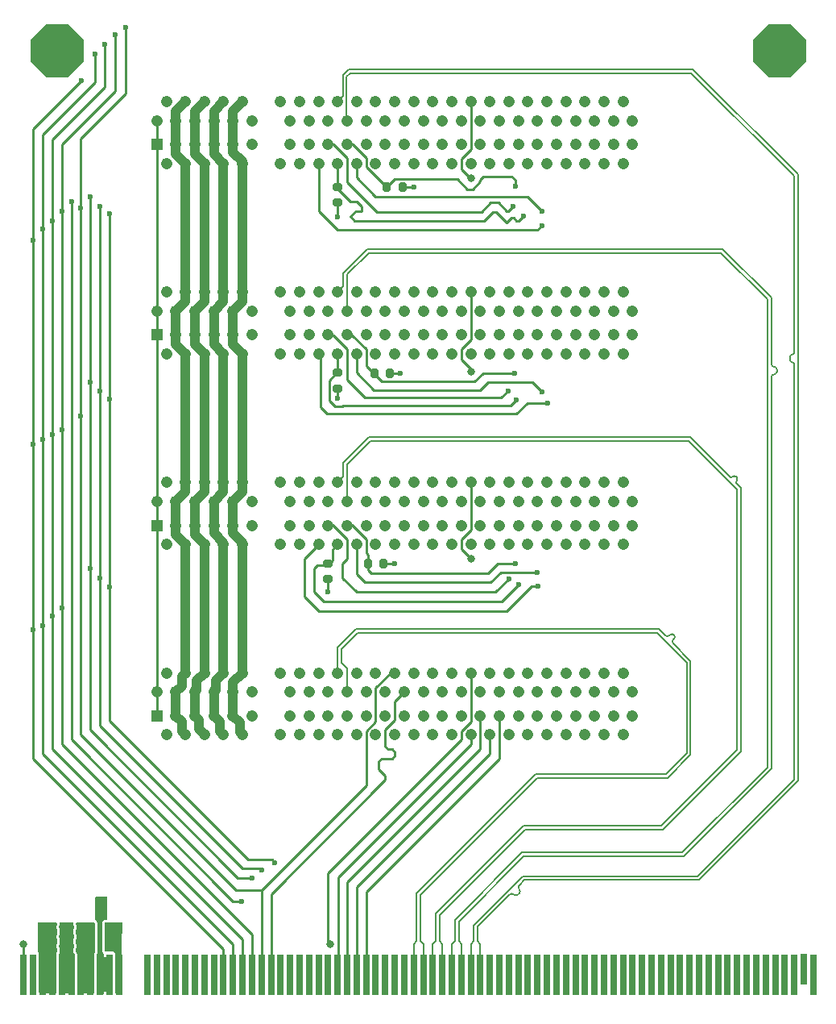
<source format=gbr>
%TF.GenerationSoftware,KiCad,Pcbnew,(6.0.10)*%
%TF.CreationDate,2023-01-21T08:13:49+09:00*%
%TF.ProjectId,AstroPix_telescope,41737472-6f50-4697-985f-74656c657363,1.1*%
%TF.SameCoordinates,Original*%
%TF.FileFunction,Copper,L1,Top*%
%TF.FilePolarity,Positive*%
%FSLAX46Y46*%
G04 Gerber Fmt 4.6, Leading zero omitted, Abs format (unit mm)*
G04 Created by KiCad (PCBNEW (6.0.10)) date 2023-01-21 08:13:49*
%MOMM*%
%LPD*%
G01*
G04 APERTURE LIST*
G04 Aperture macros list*
%AMRoundRect*
0 Rectangle with rounded corners*
0 $1 Rounding radius*
0 $2 $3 $4 $5 $6 $7 $8 $9 X,Y pos of 4 corners*
0 Add a 4 corners polygon primitive as box body*
4,1,4,$2,$3,$4,$5,$6,$7,$8,$9,$2,$3,0*
0 Add four circle primitives for the rounded corners*
1,1,$1+$1,$2,$3*
1,1,$1+$1,$4,$5*
1,1,$1+$1,$6,$7*
1,1,$1+$1,$8,$9*
0 Add four rect primitives between the rounded corners*
20,1,$1+$1,$2,$3,$4,$5,0*
20,1,$1+$1,$4,$5,$6,$7,0*
20,1,$1+$1,$6,$7,$8,$9,0*
20,1,$1+$1,$8,$9,$2,$3,0*%
%AMFreePoly0*
4,1,17,1.174443,2.785355,2.785356,1.174443,2.800000,1.139088,2.800000,-1.139088,2.785356,-1.174443,1.174443,-2.785355,1.139088,-2.800000,-1.139088,-2.800000,-1.174443,-2.785356,-2.785355,-1.174443,-2.800000,-1.139088,-2.800000,1.139088,-2.785355,1.174443,-1.174443,2.785356,-1.139088,2.800000,1.139088,2.800000,1.174443,2.785355,1.174443,2.785355,$1*%
G04 Aperture macros list end*
%TA.AperFunction,ConnectorPad*%
%ADD10R,0.700000X4.300000*%
%TD*%
%TA.AperFunction,ConnectorPad*%
%ADD11R,0.700000X3.200000*%
%TD*%
%TA.AperFunction,SMDPad,CuDef*%
%ADD12RoundRect,0.200000X-0.200000X-0.275000X0.200000X-0.275000X0.200000X0.275000X-0.200000X0.275000X0*%
%TD*%
%TA.AperFunction,ComponentPad*%
%ADD13FreePoly0,0.000000*%
%TD*%
%TA.AperFunction,SMDPad,CuDef*%
%ADD14RoundRect,0.200000X-0.275000X0.200000X-0.275000X-0.200000X0.275000X-0.200000X0.275000X0.200000X0*%
%TD*%
%TA.AperFunction,ComponentPad*%
%ADD15C,1.208000*%
%TD*%
%TA.AperFunction,ComponentPad*%
%ADD16R,1.208000X1.208000*%
%TD*%
%TA.AperFunction,ViaPad*%
%ADD17C,0.600000*%
%TD*%
%TA.AperFunction,ViaPad*%
%ADD18C,0.800000*%
%TD*%
%TA.AperFunction,Conductor*%
%ADD19C,0.250000*%
%TD*%
%TA.AperFunction,Conductor*%
%ADD20C,0.200000*%
%TD*%
%TA.AperFunction,Conductor*%
%ADD21C,1.000000*%
%TD*%
G04 APERTURE END LIST*
D10*
%TO.P,P1,B1,HV*%
%TO.N,-HV*%
X103000000Y-141665000D03*
%TO.P,P1,B2*%
%TO.N,N/C*%
X104000000Y-141665000D03*
%TO.P,P1,B3,VDD18*%
%TO.N,/VDD18_in*%
X105000000Y-141665000D03*
%TO.P,P1,B4,VDD18*%
X106000000Y-141665000D03*
%TO.P,P1,B5,POW4*%
%TO.N,/POW4_in*%
X107000000Y-141665000D03*
%TO.P,P1,B6,POW4*%
X108000000Y-141665000D03*
%TO.P,P1,B7,POW6*%
%TO.N,VDDA*%
X109000000Y-141665000D03*
%TO.P,P1,B8,POW6*%
X110000000Y-141665000D03*
%TO.P,P1,B9,POW8*%
%TO.N,VSSA*%
X111000000Y-141665000D03*
%TO.P,P1,B10,POW8*%
X112000000Y-141665000D03*
%TO.P,P1,B11,GND*%
%TO.N,GND*%
X113000000Y-141665000D03*
%TO.P,P1,B12,C1_4*%
%TO.N,unconnected-(P1-PadB12)*%
X116000000Y-141665000D03*
%TO.P,P1,B13,C1_3*%
%TO.N,unconnected-(P1-PadB13)*%
X117000000Y-141665000D03*
%TO.P,P1,B14,C1_8*%
%TO.N,unconnected-(P1-PadB14)*%
X118000000Y-141665000D03*
%TO.P,P1,B15,C1_7*%
%TO.N,unconnected-(P1-PadB15)*%
X119000000Y-141665000D03*
%TO.P,P1,B16,FMC_LA24_P*%
%TO.N,/sample_clock_se_P*%
X120000000Y-141665000D03*
%TO.P,P1,B17,FMC_LA24_N*%
%TO.N,/sample_clock_se_N*%
X121000000Y-141665000D03*
%TO.P,P1,B18,FMC_LA22_P*%
%TO.N,/sample_clk1_P*%
X122000000Y-141665000D03*
%TO.P,P1,B19,FMC_LA22_N*%
%TO.N,/sample_clk1_N*%
X123000000Y-141665000D03*
%TO.P,P1,B20,FMC_LA20_P*%
%TO.N,/hold*%
X124000000Y-141665000D03*
%TO.P,P1,B21,FMC_LA20_N*%
%TO.N,/timestamp_clk*%
X125000000Y-141665000D03*
%TO.P,P1,B22,FMC_LA18_CC_P*%
%TO.N,/interrupt*%
X126000000Y-141665000D03*
%TO.P,P1,B23,FMC_LA18_CC_N*%
%TO.N,/res_n*%
X127000000Y-141665000D03*
%TO.P,P1,B24,C2_4*%
%TO.N,/sr_ld*%
X128000000Y-141665000D03*
%TO.P,P1,B25,C2_3*%
%TO.N,/sr_sin*%
X129000000Y-141665000D03*
%TO.P,P1,B26,C2_8*%
%TO.N,unconnected-(P1-PadB26)*%
X130000000Y-141665000D03*
%TO.P,P1,B27,C2_7*%
%TO.N,unconnected-(P1-PadB27)*%
X131000000Y-141665000D03*
%TO.P,P1,B28,C3_4*%
%TO.N,unconnected-(P1-PadB28)*%
X132000000Y-141665000D03*
%TO.P,P1,B29,C3_3*%
%TO.N,unconnected-(P1-PadB29)*%
X133000000Y-141665000D03*
%TO.P,P1,B30,C3_8*%
%TO.N,unconnected-(P1-PadB30)*%
X134000000Y-141665000D03*
%TO.P,P1,B31,C3_7*%
%TO.N,unconnected-(P1-PadB31)*%
X135000000Y-141665000D03*
%TO.P,P1,B32,C4_4*%
%TO.N,/DAC_blpix*%
X136000000Y-141665000D03*
%TO.P,P1,B33,C4_3*%
%TO.N,/DAC_VCasc2!*%
X137000000Y-141665000D03*
%TO.P,P1,B34,C4_8*%
%TO.N,/DAC_ThPix*%
X138000000Y-141665000D03*
%TO.P,P1,B35,C4_7*%
%TO.N,/DAC_vminuspix*%
X139000000Y-141665000D03*
%TO.P,P1,B36,C5_4*%
%TO.N,unconnected-(P1-PadB36)*%
X140000000Y-141665000D03*
%TO.P,P1,B37,C5_3*%
%TO.N,unconnected-(P1-PadB37)*%
X141000000Y-141665000D03*
%TO.P,P1,B38,C5_8*%
%TO.N,unconnected-(P1-PadB38)*%
X142000000Y-141665000D03*
%TO.P,P1,B39,C5_7*%
%TO.N,unconnected-(P1-PadB39)*%
X143000000Y-141665000D03*
%TO.P,P1,B40,FMC_LA16_P*%
%TO.N,/sample_clk0_N*%
X144000000Y-141665000D03*
%TO.P,P1,B41,FMC_LA16_N*%
%TO.N,/sample_clk0_P*%
X145000000Y-141665000D03*
%TO.P,P1,B42,FMC_LA14_P*%
%TO.N,/sample_clk2_N*%
X146000000Y-141665000D03*
%TO.P,P1,B43,FMC_LA14_N*%
%TO.N,/sample_clk2_P*%
X147000000Y-141665000D03*
%TO.P,P1,B44,FMC_LA12_P*%
%TO.N,/sample_clk3_N*%
X148000000Y-141665000D03*
%TO.P,P1,B45,FMC_LA12_N*%
%TO.N,/sample_clk3_P*%
X149000000Y-141665000D03*
%TO.P,P1,B46,FMC_LA10_P*%
%TO.N,/sample_clk4_N*%
X150000000Y-141665000D03*
%TO.P,P1,B47,FMC_LA10_N*%
%TO.N,/sample_clk4_P*%
X151000000Y-141665000D03*
%TO.P,P1,B48,FMC_LA08_P*%
%TO.N,unconnected-(P1-PadB48)*%
X152000000Y-141665000D03*
%TO.P,P1,B49,FMC_LA08_N*%
%TO.N,unconnected-(P1-PadB49)*%
X153000000Y-141665000D03*
%TO.P,P1,B50*%
%TO.N,N/C*%
X154000000Y-141665000D03*
%TO.P,P1,B51*%
X155000000Y-141665000D03*
%TO.P,P1,B52*%
X156000000Y-141665000D03*
%TO.P,P1,B53*%
X157000000Y-141665000D03*
%TO.P,P1,B54*%
X158000000Y-141665000D03*
%TO.P,P1,B55*%
X159000000Y-141665000D03*
%TO.P,P1,B56*%
X160000000Y-141665000D03*
%TO.P,P1,B57*%
X161000000Y-141665000D03*
%TO.P,P1,B58*%
X162000000Y-141665000D03*
%TO.P,P1,B59*%
X163000000Y-141665000D03*
%TO.P,P1,B60*%
X164000000Y-141665000D03*
%TO.P,P1,B61*%
X165000000Y-141665000D03*
%TO.P,P1,B62*%
X166000000Y-141665000D03*
%TO.P,P1,B63*%
X167000000Y-141665000D03*
%TO.P,P1,B64*%
X168000000Y-141665000D03*
%TO.P,P1,B65*%
X169000000Y-141665000D03*
%TO.P,P1,B66*%
X170000000Y-141665000D03*
%TO.P,P1,B67*%
X171000000Y-141665000D03*
%TO.P,P1,B68*%
X172000000Y-141665000D03*
%TO.P,P1,B69*%
X173000000Y-141665000D03*
%TO.P,P1,B70*%
X174000000Y-141665000D03*
%TO.P,P1,B71*%
X175000000Y-141665000D03*
%TO.P,P1,B72*%
X176000000Y-141665000D03*
%TO.P,P1,B73*%
X177000000Y-141665000D03*
%TO.P,P1,B74*%
X178000000Y-141665000D03*
%TO.P,P1,B75*%
X179000000Y-141665000D03*
%TO.P,P1,B76*%
X180000000Y-141665000D03*
%TO.P,P1,B77*%
X181000000Y-141665000D03*
%TO.P,P1,B78*%
X182000000Y-141665000D03*
%TO.P,P1,B79*%
X183000000Y-141665000D03*
%TO.P,P1,B80*%
X184000000Y-141665000D03*
D11*
%TO.P,P1,B81*%
X185000000Y-141115000D03*
D10*
%TO.P,P1,B82*%
X186000000Y-141665000D03*
%TD*%
D12*
%TO.P,R1,1*%
%TO.N,/spi1_miso0*%
X139175000Y-98500000D03*
%TO.P,R1,2*%
%TO.N,GND*%
X140825000Y-98500000D03*
%TD*%
D13*
%TO.P,H2,1*%
%TO.N,N/C*%
X106500000Y-44665000D03*
%TD*%
D14*
%TO.P,R6,1*%
%TO.N,/spi3_miso1*%
X136000000Y-58975000D03*
%TO.P,R6,2*%
%TO.N,GND*%
X136000000Y-60625000D03*
%TD*%
%TO.P,R4,1*%
%TO.N,/spi2_miso1*%
X136000000Y-78475000D03*
%TO.P,R4,2*%
%TO.N,GND*%
X136000000Y-80125000D03*
%TD*%
D12*
%TO.P,R3,1*%
%TO.N,/spi2_miso0*%
X139850000Y-78500000D03*
%TO.P,R3,2*%
%TO.N,GND*%
X141500000Y-78500000D03*
%TD*%
D14*
%TO.P,R2,1*%
%TO.N,/spi1_miso1*%
X135000000Y-98475000D03*
%TO.P,R2,2*%
%TO.N,GND*%
X135000000Y-100125000D03*
%TD*%
D13*
%TO.P,H1,1*%
%TO.N,N/C*%
X182500000Y-44665000D03*
%TD*%
D12*
%TO.P,R5,1*%
%TO.N,/spi3_miso0*%
X141175000Y-59000000D03*
%TO.P,R5,2*%
%TO.N,GND*%
X142825000Y-59000000D03*
%TD*%
D15*
%TO.P,J4,B49*%
%TO.N,N/C*%
X167000000Y-52000000D03*
%TO.P,J4,B48*%
X166000000Y-50000000D03*
%TO.P,J4,B47*%
X165000000Y-52000000D03*
%TO.P,J4,B46*%
X164000000Y-50000000D03*
%TO.P,J4,B45*%
X163000000Y-52000000D03*
%TO.P,J4,B44,spi_right_mosi*%
%TO.N,/spi_right_mosi*%
X162000000Y-50000000D03*
%TO.P,J4,B43,spi_right_csn*%
%TO.N,/spi_right_csn*%
X161000000Y-52000000D03*
%TO.P,J4,B42,spi_right_miso0*%
%TO.N,/spi_right_miso0*%
X160000000Y-50000000D03*
%TO.P,J4,B41,spi_right_miso1*%
%TO.N,/spi_right_miso1*%
X159000000Y-52000000D03*
%TO.P,J4,B40,spi_right_clk*%
%TO.N,/spi_right_clk*%
X158000000Y-50000000D03*
%TO.P,J4,B39*%
%TO.N,N/C*%
X157000000Y-52000000D03*
%TO.P,J4,B38*%
X156000000Y-50000000D03*
%TO.P,J4,B37*%
X155000000Y-52000000D03*
%TO.P,J4,B36*%
X154000000Y-50000000D03*
%TO.P,J4,B35,DAC_vminuspix*%
%TO.N,/DAC_vminuspix*%
X153000000Y-52000000D03*
%TO.P,J4,B34,DAC_ThPix*%
%TO.N,/DAC_ThPix*%
X152000000Y-50000000D03*
%TO.P,J4,B33,DAC_Vcasc2*%
%TO.N,/DAC_VCasc2!*%
X151000000Y-52000000D03*
%TO.P,J4,B32,DAC_blpix*%
%TO.N,/DAC_ThPMOS*%
X150000000Y-50000000D03*
%TO.P,J4,B31*%
%TO.N,N/C*%
X149000000Y-52000000D03*
%TO.P,J4,B30*%
X148000000Y-50000000D03*
%TO.P,J4,B29*%
X147000000Y-52000000D03*
%TO.P,J4,B28*%
X146000000Y-50000000D03*
%TO.P,J4,B27*%
X145000000Y-52000000D03*
%TO.P,J4,B26*%
X144000000Y-50000000D03*
%TO.P,J4,B25,sr_sin*%
%TO.N,/sr_out2*%
X143000000Y-52000000D03*
%TO.P,J4,B24,sr_ld*%
%TO.N,/sr_ld*%
X142000000Y-50000000D03*
%TO.P,J4,B23,res_n*%
%TO.N,/res_n*%
X141000000Y-52000000D03*
%TO.P,J4,B22,hold*%
%TO.N,/interrupt*%
X140000000Y-50000000D03*
%TO.P,J4,B21,ts_clk*%
%TO.N,/timestamp_clk*%
X139000000Y-52000000D03*
%TO.P,J4,B20,interrupt*%
%TO.N,/hold*%
X138000000Y-50000000D03*
%TO.P,J4,B19,sample_clk_N*%
%TO.N,/sample_clk4_N*%
X137000000Y-52000000D03*
%TO.P,J4,B18,sample_clk_P*%
%TO.N,/sample_clk4_P*%
X136000000Y-50000000D03*
%TO.P,J4,B17,sample_clk_se_N*%
%TO.N,unconnected-(J4-PadB17)*%
X135000000Y-52000000D03*
%TO.P,J4,B16,sample_clk_se_P*%
%TO.N,unconnected-(J4-PadB16)*%
X134000000Y-50000000D03*
%TO.P,J4,B15*%
%TO.N,N/C*%
X133000000Y-52000000D03*
%TO.P,J4,B14*%
X132000000Y-50000000D03*
%TO.P,J4,B13*%
X131000000Y-52000000D03*
%TO.P,J4,B12*%
X130000000Y-50000000D03*
%TO.P,J4,B11,GND*%
%TO.N,GND*%
X127000000Y-52000000D03*
%TO.P,J4,B10,POW8*%
%TO.N,VSSA*%
X126000000Y-50000000D03*
%TO.P,J4,B9,POW8*%
X125000000Y-52000000D03*
%TO.P,J4,B8,POW6*%
%TO.N,VDDA*%
X124000000Y-50000000D03*
%TO.P,J4,B7,POW6*%
X123000000Y-52000000D03*
%TO.P,J4,B6,POW4*%
%TO.N,/POW4_in*%
X122000000Y-50000000D03*
%TO.P,J4,B5,POW4*%
X121000000Y-52000000D03*
%TO.P,J4,B4,VDD18*%
%TO.N,/VDD18_in*%
X120000000Y-50000000D03*
%TO.P,J4,B3,VDD18*%
X119000000Y-52000000D03*
%TO.P,J4,B2*%
%TO.N,N/C*%
X118000000Y-50000000D03*
%TO.P,J4,B1,HV*%
%TO.N,-HV*%
X117000000Y-52000000D03*
%TO.P,J4,A49*%
%TO.N,N/C*%
X167000000Y-54500000D03*
%TO.P,J4,A48*%
X166000000Y-56500000D03*
%TO.P,J4,A47*%
X165000000Y-54500000D03*
%TO.P,J4,A46*%
X164000000Y-56500000D03*
%TO.P,J4,A45*%
X163000000Y-54500000D03*
%TO.P,J4,A44,spi_right_mosi*%
%TO.N,/spi_right_mosi*%
X162000000Y-56500000D03*
%TO.P,J4,A43,spi_right_csn*%
%TO.N,/spi_right_csn*%
X161000000Y-54500000D03*
%TO.P,J4,A42,spi_right_miso0*%
%TO.N,/spi_right_miso0*%
X160000000Y-56500000D03*
%TO.P,J4,A41,spi_right_miso1*%
%TO.N,/spi_right_miso1*%
X159000000Y-54500000D03*
%TO.P,J4,A40,spi_right_clk*%
%TO.N,/spi_right_clk*%
X158000000Y-56500000D03*
%TO.P,J4,A39*%
%TO.N,N/C*%
X157000000Y-54500000D03*
%TO.P,J4,A38*%
X156000000Y-56500000D03*
%TO.P,J4,A37*%
X155000000Y-54500000D03*
%TO.P,J4,A36*%
X154000000Y-56500000D03*
%TO.P,J4,A35,DAC_vminuspix*%
%TO.N,/DAC_vminuspix*%
X153000000Y-54500000D03*
%TO.P,J4,A34,DAC_ThPix*%
%TO.N,/DAC_ThPix*%
X152000000Y-56500000D03*
%TO.P,J4,A33,DAC_Vcasc2*%
%TO.N,/DAC_VCasc2!*%
X151000000Y-54500000D03*
%TO.P,J4,A32,DAC_blpix*%
%TO.N,/DAC_blpix*%
X150000000Y-56500000D03*
%TO.P,J4,A31*%
%TO.N,N/C*%
X149000000Y-54500000D03*
%TO.P,J4,A30*%
X148000000Y-56500000D03*
%TO.P,J4,A29*%
X147000000Y-54500000D03*
%TO.P,J4,A28,Inj*%
%TO.N,/Inj*%
X146000000Y-56500000D03*
%TO.P,J4,A27*%
%TO.N,N/C*%
X145000000Y-54500000D03*
%TO.P,J4,A26*%
X144000000Y-56500000D03*
%TO.P,J4,A25,sr_ck2*%
%TO.N,/sr_ck2*%
X143000000Y-54500000D03*
%TO.P,J4,A24,sr_ck1*%
%TO.N,/sr_ck1*%
X142000000Y-56500000D03*
%TO.P,J4,A23,sr_rb*%
%TO.N,/sr_rb*%
X141000000Y-54500000D03*
%TO.P,J4,A22,sr_out*%
%TO.N,/sr_out3*%
X140000000Y-56500000D03*
%TO.P,J4,A21*%
%TO.N,N/C*%
X139000000Y-54500000D03*
%TO.P,J4,A20,spi_left_mosi*%
%TO.N,/spi3_mosi*%
X138000000Y-56500000D03*
%TO.P,J4,A19,spi_left_miso0*%
%TO.N,/spi3_miso0*%
X137000000Y-54500000D03*
%TO.P,J4,A18,spi_left_miso1*%
%TO.N,/spi3_miso1*%
X136000000Y-56500000D03*
%TO.P,J4,A17,spi_left_clk*%
%TO.N,/spi3_clk*%
X135000000Y-54500000D03*
%TO.P,J4,A16,spi_left_csn*%
%TO.N,/spi3_csn*%
X134000000Y-56500000D03*
%TO.P,J4,A15*%
%TO.N,N/C*%
X133000000Y-54500000D03*
%TO.P,J4,A14*%
X132000000Y-56500000D03*
%TO.P,J4,A13*%
X131000000Y-54500000D03*
%TO.P,J4,A12*%
X130000000Y-56500000D03*
%TO.P,J4,A11,GND*%
%TO.N,GND*%
X127000000Y-54500000D03*
%TO.P,J4,A10,POW8*%
%TO.N,VSSA*%
X126000000Y-56500000D03*
%TO.P,J4,A9,POW8*%
X125000000Y-54500000D03*
%TO.P,J4,A8,POW6*%
%TO.N,VDDA*%
X124000000Y-56500000D03*
%TO.P,J4,A7,POW6*%
X123000000Y-54500000D03*
%TO.P,J4,A6,POW4*%
%TO.N,/POW4_in*%
X122000000Y-56500000D03*
%TO.P,J4,A5,POW4*%
X121000000Y-54500000D03*
%TO.P,J4,A4,VDD18*%
%TO.N,/VDD18_in*%
X120000000Y-56500000D03*
%TO.P,J4,A3,VDD18*%
X119000000Y-54500000D03*
%TO.P,J4,A2*%
%TO.N,N/C*%
X118000000Y-56500000D03*
D16*
%TO.P,J4,A1,HV*%
%TO.N,-HV*%
X117000000Y-54500000D03*
%TD*%
D15*
%TO.P,J3,B49*%
%TO.N,N/C*%
X167000000Y-72000000D03*
%TO.P,J3,B48*%
X166000000Y-70000000D03*
%TO.P,J3,B47*%
X165000000Y-72000000D03*
%TO.P,J3,B46*%
X164000000Y-70000000D03*
%TO.P,J3,B45*%
X163000000Y-72000000D03*
%TO.P,J3,B44,spi_right_mosi*%
%TO.N,/spi3_mosi*%
X162000000Y-70000000D03*
%TO.P,J3,B43,spi_right_csn*%
%TO.N,/spi3_csn*%
X161000000Y-72000000D03*
%TO.P,J3,B42,spi_right_miso0*%
%TO.N,/spi3_miso0*%
X160000000Y-70000000D03*
%TO.P,J3,B41,spi_right_miso1*%
%TO.N,/spi3_miso1*%
X159000000Y-72000000D03*
%TO.P,J3,B40,spi_right_clk*%
%TO.N,/spi3_clk*%
X158000000Y-70000000D03*
%TO.P,J3,B39*%
%TO.N,N/C*%
X157000000Y-72000000D03*
%TO.P,J3,B38*%
X156000000Y-70000000D03*
%TO.P,J3,B37*%
X155000000Y-72000000D03*
%TO.P,J3,B36*%
X154000000Y-70000000D03*
%TO.P,J3,B35,DAC_vminuspix*%
%TO.N,/DAC_vminuspix*%
X153000000Y-72000000D03*
%TO.P,J3,B34,DAC_ThPix*%
%TO.N,/DAC_ThPix*%
X152000000Y-70000000D03*
%TO.P,J3,B33,DAC_Vcasc2*%
%TO.N,/DAC_VCasc2!*%
X151000000Y-72000000D03*
%TO.P,J3,B32,DAC_blpix*%
%TO.N,/DAC_ThPMOS*%
X150000000Y-70000000D03*
%TO.P,J3,B31*%
%TO.N,N/C*%
X149000000Y-72000000D03*
%TO.P,J3,B30*%
X148000000Y-70000000D03*
%TO.P,J3,B29*%
X147000000Y-72000000D03*
%TO.P,J3,B28*%
X146000000Y-70000000D03*
%TO.P,J3,B27*%
X145000000Y-72000000D03*
%TO.P,J3,B26*%
X144000000Y-70000000D03*
%TO.P,J3,B25,sr_sin*%
%TO.N,/sr_out1*%
X143000000Y-72000000D03*
%TO.P,J3,B24,sr_ld*%
%TO.N,/sr_ld*%
X142000000Y-70000000D03*
%TO.P,J3,B23,res_n*%
%TO.N,/res_n*%
X141000000Y-72000000D03*
%TO.P,J3,B22,hold*%
%TO.N,/interrupt*%
X140000000Y-70000000D03*
%TO.P,J3,B21,ts_clk*%
%TO.N,/timestamp_clk*%
X139000000Y-72000000D03*
%TO.P,J3,B20,interrupt*%
%TO.N,/hold*%
X138000000Y-70000000D03*
%TO.P,J3,B19,sample_clk_N*%
%TO.N,/sample_clk3_N*%
X137000000Y-72000000D03*
%TO.P,J3,B18,sample_clk_P*%
%TO.N,/sample_clk3_P*%
X136000000Y-70000000D03*
%TO.P,J3,B17,sample_clk_se_N*%
%TO.N,unconnected-(J3-PadB17)*%
X135000000Y-72000000D03*
%TO.P,J3,B16,sample_clk_se_P*%
%TO.N,unconnected-(J3-PadB16)*%
X134000000Y-70000000D03*
%TO.P,J3,B15*%
%TO.N,N/C*%
X133000000Y-72000000D03*
%TO.P,J3,B14*%
X132000000Y-70000000D03*
%TO.P,J3,B13*%
X131000000Y-72000000D03*
%TO.P,J3,B12*%
X130000000Y-70000000D03*
%TO.P,J3,B11,GND*%
%TO.N,GND*%
X127000000Y-72000000D03*
%TO.P,J3,B10,POW8*%
%TO.N,VSSA*%
X126000000Y-70000000D03*
%TO.P,J3,B9,POW8*%
X125000000Y-72000000D03*
%TO.P,J3,B8,POW6*%
%TO.N,VDDA*%
X124000000Y-70000000D03*
%TO.P,J3,B7,POW6*%
X123000000Y-72000000D03*
%TO.P,J3,B6,POW4*%
%TO.N,/POW4_in*%
X122000000Y-70000000D03*
%TO.P,J3,B5,POW4*%
X121000000Y-72000000D03*
%TO.P,J3,B4,VDD18*%
%TO.N,/VDD18_in*%
X120000000Y-70000000D03*
%TO.P,J3,B3,VDD18*%
X119000000Y-72000000D03*
%TO.P,J3,B2*%
%TO.N,N/C*%
X118000000Y-70000000D03*
%TO.P,J3,B1,HV*%
%TO.N,-HV*%
X117000000Y-72000000D03*
%TO.P,J3,A49*%
%TO.N,N/C*%
X167000000Y-74500000D03*
%TO.P,J3,A48*%
X166000000Y-76500000D03*
%TO.P,J3,A47*%
X165000000Y-74500000D03*
%TO.P,J3,A46*%
X164000000Y-76500000D03*
%TO.P,J3,A45*%
X163000000Y-74500000D03*
%TO.P,J3,A44,spi_right_mosi*%
%TO.N,/spi3_mosi*%
X162000000Y-76500000D03*
%TO.P,J3,A43,spi_right_csn*%
%TO.N,/spi3_csn*%
X161000000Y-74500000D03*
%TO.P,J3,A42,spi_right_miso0*%
%TO.N,/spi3_miso0*%
X160000000Y-76500000D03*
%TO.P,J3,A41,spi_right_miso1*%
%TO.N,/spi3_miso1*%
X159000000Y-74500000D03*
%TO.P,J3,A40,spi_right_clk*%
%TO.N,/spi3_clk*%
X158000000Y-76500000D03*
%TO.P,J3,A39*%
%TO.N,N/C*%
X157000000Y-74500000D03*
%TO.P,J3,A38*%
X156000000Y-76500000D03*
%TO.P,J3,A37*%
X155000000Y-74500000D03*
%TO.P,J3,A36*%
X154000000Y-76500000D03*
%TO.P,J3,A35,DAC_vminuspix*%
%TO.N,/DAC_vminuspix*%
X153000000Y-74500000D03*
%TO.P,J3,A34,DAC_ThPix*%
%TO.N,/DAC_ThPix*%
X152000000Y-76500000D03*
%TO.P,J3,A33,DAC_Vcasc2*%
%TO.N,/DAC_VCasc2!*%
X151000000Y-74500000D03*
%TO.P,J3,A32,DAC_blpix*%
%TO.N,/DAC_blpix*%
X150000000Y-76500000D03*
%TO.P,J3,A31*%
%TO.N,N/C*%
X149000000Y-74500000D03*
%TO.P,J3,A30*%
X148000000Y-76500000D03*
%TO.P,J3,A29*%
X147000000Y-74500000D03*
%TO.P,J3,A28,Inj*%
%TO.N,/Inj*%
X146000000Y-76500000D03*
%TO.P,J3,A27*%
%TO.N,N/C*%
X145000000Y-74500000D03*
%TO.P,J3,A26*%
X144000000Y-76500000D03*
%TO.P,J3,A25,sr_ck2*%
%TO.N,/sr_ck2*%
X143000000Y-74500000D03*
%TO.P,J3,A24,sr_ck1*%
%TO.N,/sr_ck1*%
X142000000Y-76500000D03*
%TO.P,J3,A23,sr_rb*%
%TO.N,/sr_rb*%
X141000000Y-74500000D03*
%TO.P,J3,A22,sr_out*%
%TO.N,/sr_out2*%
X140000000Y-76500000D03*
%TO.P,J3,A21*%
%TO.N,N/C*%
X139000000Y-74500000D03*
%TO.P,J3,A20,spi_left_mosi*%
%TO.N,/spi2_mosi*%
X138000000Y-76500000D03*
%TO.P,J3,A19,spi_left_miso0*%
%TO.N,/spi2_miso0*%
X137000000Y-74500000D03*
%TO.P,J3,A18,spi_left_miso1*%
%TO.N,/spi2_miso1*%
X136000000Y-76500000D03*
%TO.P,J3,A17,spi_left_clk*%
%TO.N,/spi2_clk*%
X135000000Y-74500000D03*
%TO.P,J3,A16,spi_left_csn*%
%TO.N,/spi2_csn*%
X134000000Y-76500000D03*
%TO.P,J3,A15*%
%TO.N,N/C*%
X133000000Y-74500000D03*
%TO.P,J3,A14*%
X132000000Y-76500000D03*
%TO.P,J3,A13*%
X131000000Y-74500000D03*
%TO.P,J3,A12*%
X130000000Y-76500000D03*
%TO.P,J3,A11,GND*%
%TO.N,GND*%
X127000000Y-74500000D03*
%TO.P,J3,A10,POW8*%
%TO.N,VSSA*%
X126000000Y-76500000D03*
%TO.P,J3,A9,POW8*%
X125000000Y-74500000D03*
%TO.P,J3,A8,POW6*%
%TO.N,VDDA*%
X124000000Y-76500000D03*
%TO.P,J3,A7,POW6*%
X123000000Y-74500000D03*
%TO.P,J3,A6,POW4*%
%TO.N,/POW4_in*%
X122000000Y-76500000D03*
%TO.P,J3,A5,POW4*%
X121000000Y-74500000D03*
%TO.P,J3,A4,VDD18*%
%TO.N,/VDD18_in*%
X120000000Y-76500000D03*
%TO.P,J3,A3,VDD18*%
X119000000Y-74500000D03*
%TO.P,J3,A2*%
%TO.N,N/C*%
X118000000Y-76500000D03*
D16*
%TO.P,J3,A1,HV*%
%TO.N,-HV*%
X117000000Y-74500000D03*
%TD*%
D15*
%TO.P,J1,B49*%
%TO.N,N/C*%
X167000000Y-112000000D03*
%TO.P,J1,B48*%
X166000000Y-110000000D03*
%TO.P,J1,B47*%
X165000000Y-112000000D03*
%TO.P,J1,B46*%
X164000000Y-110000000D03*
%TO.P,J1,B45*%
X163000000Y-112000000D03*
%TO.P,J1,B44,spi_right_mosi*%
%TO.N,/spi1_mosi*%
X162000000Y-110000000D03*
%TO.P,J1,B43,spi_right_csn*%
%TO.N,/spi1_csn*%
X161000000Y-112000000D03*
%TO.P,J1,B42,spi_right_miso0*%
%TO.N,/spi1_miso0*%
X160000000Y-110000000D03*
%TO.P,J1,B41,spi_right_miso1*%
%TO.N,/spi1_miso1*%
X159000000Y-112000000D03*
%TO.P,J1,B40,spi_right_clk*%
%TO.N,/spi1_clk*%
X158000000Y-110000000D03*
%TO.P,J1,B39*%
%TO.N,N/C*%
X157000000Y-112000000D03*
%TO.P,J1,B38*%
X156000000Y-110000000D03*
%TO.P,J1,B37*%
X155000000Y-112000000D03*
%TO.P,J1,B36*%
X154000000Y-110000000D03*
%TO.P,J1,B35,DAC_vminuspix*%
%TO.N,/DAC_vminuspix*%
X153000000Y-112000000D03*
%TO.P,J1,B34,DAC_ThPix*%
%TO.N,/DAC_ThPix*%
X152000000Y-110000000D03*
%TO.P,J1,B33,DAC_Vcasc2*%
%TO.N,/DAC_VCasc2!*%
X151000000Y-112000000D03*
%TO.P,J1,B32,DAC_blpix*%
%TO.N,/DAC_ThPMOS*%
X150000000Y-110000000D03*
%TO.P,J1,B31*%
%TO.N,N/C*%
X149000000Y-112000000D03*
%TO.P,J1,B30*%
X148000000Y-110000000D03*
%TO.P,J1,B29*%
X147000000Y-112000000D03*
%TO.P,J1,B28*%
X146000000Y-110000000D03*
%TO.P,J1,B27*%
X145000000Y-112000000D03*
%TO.P,J1,B26*%
X144000000Y-110000000D03*
%TO.P,J1,B25,sr_sin*%
%TO.N,/sr_sin*%
X143000000Y-112000000D03*
%TO.P,J1,B24,sr_ld*%
%TO.N,/sr_ld*%
X142000000Y-110000000D03*
%TO.P,J1,B23,res_n*%
%TO.N,/res_n*%
X141000000Y-112000000D03*
%TO.P,J1,B22,hold*%
%TO.N,/interrupt*%
X140000000Y-110000000D03*
%TO.P,J1,B21,ts_clk*%
%TO.N,/timestamp_clk*%
X139000000Y-112000000D03*
%TO.P,J1,B20,interrupt*%
%TO.N,/hold*%
X138000000Y-110000000D03*
%TO.P,J1,B19,sample_clk_N*%
%TO.N,/sample_clk0_N*%
X137000000Y-112000000D03*
%TO.P,J1,B18,sample_clk_P*%
%TO.N,/sample_clk0_P*%
X136000000Y-110000000D03*
%TO.P,J1,B17,sample_clk_se_N*%
%TO.N,unconnected-(J1-PadB17)*%
X135000000Y-112000000D03*
%TO.P,J1,B16,sample_clk_se_P*%
%TO.N,unconnected-(J1-PadB16)*%
X134000000Y-110000000D03*
%TO.P,J1,B15*%
%TO.N,N/C*%
X133000000Y-112000000D03*
%TO.P,J1,B14*%
X132000000Y-110000000D03*
%TO.P,J1,B13*%
X131000000Y-112000000D03*
%TO.P,J1,B12*%
X130000000Y-110000000D03*
%TO.P,J1,B11,GND*%
%TO.N,GND*%
X127000000Y-112000000D03*
%TO.P,J1,B10,POW8*%
%TO.N,VSSA*%
X126000000Y-110000000D03*
%TO.P,J1,B9,POW8*%
X125000000Y-112000000D03*
%TO.P,J1,B8,POW6*%
%TO.N,VDDA*%
X124000000Y-110000000D03*
%TO.P,J1,B7,POW6*%
X123000000Y-112000000D03*
%TO.P,J1,B6,POW4*%
%TO.N,/POW4_in*%
X122000000Y-110000000D03*
%TO.P,J1,B5,POW4*%
X121000000Y-112000000D03*
%TO.P,J1,B4,VDD18*%
%TO.N,/VDD18_in*%
X120000000Y-110000000D03*
%TO.P,J1,B3,VDD18*%
X119000000Y-112000000D03*
%TO.P,J1,B2*%
%TO.N,N/C*%
X118000000Y-110000000D03*
%TO.P,J1,B1,HV*%
%TO.N,-HV*%
X117000000Y-112000000D03*
%TO.P,J1,A49*%
%TO.N,N/C*%
X167000000Y-114500000D03*
%TO.P,J1,A48*%
X166000000Y-116500000D03*
%TO.P,J1,A47*%
X165000000Y-114500000D03*
%TO.P,J1,A46*%
X164000000Y-116500000D03*
%TO.P,J1,A45*%
X163000000Y-114500000D03*
%TO.P,J1,A44,spi_right_mosi*%
%TO.N,/spi1_mosi*%
X162000000Y-116500000D03*
%TO.P,J1,A43,spi_right_csn*%
%TO.N,/spi1_csn*%
X161000000Y-114500000D03*
%TO.P,J1,A42,spi_right_miso0*%
%TO.N,/spi1_miso0*%
X160000000Y-116500000D03*
%TO.P,J1,A41,spi_right_miso1*%
%TO.N,/spi1_miso1*%
X159000000Y-114500000D03*
%TO.P,J1,A40,spi_right_clk*%
%TO.N,/spi1_clk*%
X158000000Y-116500000D03*
%TO.P,J1,A39*%
%TO.N,N/C*%
X157000000Y-114500000D03*
%TO.P,J1,A38*%
X156000000Y-116500000D03*
%TO.P,J1,A37*%
X155000000Y-114500000D03*
%TO.P,J1,A36*%
X154000000Y-116500000D03*
%TO.P,J1,A35,DAC_vminuspix*%
%TO.N,/DAC_vminuspix*%
X153000000Y-114500000D03*
%TO.P,J1,A34,DAC_ThPix*%
%TO.N,/DAC_ThPix*%
X152000000Y-116500000D03*
%TO.P,J1,A33,DAC_Vcasc2*%
%TO.N,/DAC_VCasc2!*%
X151000000Y-114500000D03*
%TO.P,J1,A32,DAC_blpix*%
%TO.N,/DAC_blpix*%
X150000000Y-116500000D03*
%TO.P,J1,A31*%
%TO.N,N/C*%
X149000000Y-114500000D03*
%TO.P,J1,A30*%
X148000000Y-116500000D03*
%TO.P,J1,A29*%
X147000000Y-114500000D03*
%TO.P,J1,A28,Inj*%
%TO.N,/Inj*%
X146000000Y-116500000D03*
%TO.P,J1,A27*%
%TO.N,N/C*%
X145000000Y-114500000D03*
%TO.P,J1,A26*%
X144000000Y-116500000D03*
%TO.P,J1,A25,sr_ck2*%
%TO.N,/sr_ck2*%
X143000000Y-114500000D03*
%TO.P,J1,A24,sr_ck1*%
%TO.N,/sr_ck1*%
X142000000Y-116500000D03*
%TO.P,J1,A23,sr_rb*%
%TO.N,/sr_rb*%
X141000000Y-114500000D03*
%TO.P,J1,A22,sr_out*%
%TO.N,/sr_out*%
X140000000Y-116500000D03*
%TO.P,J1,A21*%
%TO.N,N/C*%
X139000000Y-114500000D03*
%TO.P,J1,A20,spi_left_mosi*%
%TO.N,/spi_left_mosi*%
X138000000Y-116500000D03*
%TO.P,J1,A19,spi_left_miso0*%
%TO.N,/spi_left_miso0*%
X137000000Y-114500000D03*
%TO.P,J1,A18,spi_left_miso1*%
%TO.N,/spi_left_miso1*%
X136000000Y-116500000D03*
%TO.P,J1,A17,spi_left_clk*%
%TO.N,/spi_left_clk*%
X135000000Y-114500000D03*
%TO.P,J1,A16,spi_left_csn*%
%TO.N,/spi_left_csn*%
X134000000Y-116500000D03*
%TO.P,J1,A15*%
%TO.N,N/C*%
X133000000Y-114500000D03*
%TO.P,J1,A14*%
X132000000Y-116500000D03*
%TO.P,J1,A13*%
X131000000Y-114500000D03*
%TO.P,J1,A12*%
X130000000Y-116500000D03*
%TO.P,J1,A11,GND*%
%TO.N,GND*%
X127000000Y-114500000D03*
%TO.P,J1,A10,POW8*%
%TO.N,VSSA*%
X126000000Y-116500000D03*
%TO.P,J1,A9,POW8*%
X125000000Y-114500000D03*
%TO.P,J1,A8,POW6*%
%TO.N,VDDA*%
X124000000Y-116500000D03*
%TO.P,J1,A7,POW6*%
X123000000Y-114500000D03*
%TO.P,J1,A6,POW4*%
%TO.N,/POW4_in*%
X122000000Y-116500000D03*
%TO.P,J1,A5,POW4*%
X121000000Y-114500000D03*
%TO.P,J1,A4,VDD18*%
%TO.N,/VDD18_in*%
X120000000Y-116500000D03*
%TO.P,J1,A3,VDD18*%
X119000000Y-114500000D03*
%TO.P,J1,A2*%
%TO.N,N/C*%
X118000000Y-116500000D03*
D16*
%TO.P,J1,A1,HV*%
%TO.N,-HV*%
X117000000Y-114500000D03*
%TD*%
D15*
%TO.P,J2,B49*%
%TO.N,N/C*%
X167000000Y-92000000D03*
%TO.P,J2,B48*%
X166000000Y-90000000D03*
%TO.P,J2,B47*%
X165000000Y-92000000D03*
%TO.P,J2,B46*%
X164000000Y-90000000D03*
%TO.P,J2,B45*%
X163000000Y-92000000D03*
%TO.P,J2,B44,spi_right_mosi*%
%TO.N,/spi2_mosi*%
X162000000Y-90000000D03*
%TO.P,J2,B43,spi_right_csn*%
%TO.N,/spi2_csn*%
X161000000Y-92000000D03*
%TO.P,J2,B42,spi_right_miso0*%
%TO.N,/spi2_miso0*%
X160000000Y-90000000D03*
%TO.P,J2,B41,spi_right_miso1*%
%TO.N,/spi2_miso1*%
X159000000Y-92000000D03*
%TO.P,J2,B40,spi_right_clk*%
%TO.N,/spi2_clk*%
X158000000Y-90000000D03*
%TO.P,J2,B39*%
%TO.N,N/C*%
X157000000Y-92000000D03*
%TO.P,J2,B38*%
X156000000Y-90000000D03*
%TO.P,J2,B37*%
X155000000Y-92000000D03*
%TO.P,J2,B36*%
X154000000Y-90000000D03*
%TO.P,J2,B35,DAC_vminuspix*%
%TO.N,/DAC_vminuspix*%
X153000000Y-92000000D03*
%TO.P,J2,B34,DAC_ThPix*%
%TO.N,/DAC_ThPix*%
X152000000Y-90000000D03*
%TO.P,J2,B33,DAC_Vcasc2*%
%TO.N,/DAC_VCasc2!*%
X151000000Y-92000000D03*
%TO.P,J2,B32,DAC_blpix*%
%TO.N,/DAC_ThPMOS*%
X150000000Y-90000000D03*
%TO.P,J2,B31*%
%TO.N,N/C*%
X149000000Y-92000000D03*
%TO.P,J2,B30*%
X148000000Y-90000000D03*
%TO.P,J2,B29*%
X147000000Y-92000000D03*
%TO.P,J2,B28*%
X146000000Y-90000000D03*
%TO.P,J2,B27*%
X145000000Y-92000000D03*
%TO.P,J2,B26*%
X144000000Y-90000000D03*
%TO.P,J2,B25,sr_sin*%
%TO.N,/sr_out*%
X143000000Y-92000000D03*
%TO.P,J2,B24,sr_ld*%
%TO.N,/sr_ld*%
X142000000Y-90000000D03*
%TO.P,J2,B23,res_n*%
%TO.N,/res_n*%
X141000000Y-92000000D03*
%TO.P,J2,B22,hold*%
%TO.N,/interrupt*%
X140000000Y-90000000D03*
%TO.P,J2,B21,ts_clk*%
%TO.N,/timestamp_clk*%
X139000000Y-92000000D03*
%TO.P,J2,B20,interrupt*%
%TO.N,/hold*%
X138000000Y-90000000D03*
%TO.P,J2,B19,sample_clk_N*%
%TO.N,/sample_clk2_N*%
X137000000Y-92000000D03*
%TO.P,J2,B18,sample_clk_P*%
%TO.N,/sample_clk2_P*%
X136000000Y-90000000D03*
%TO.P,J2,B17,sample_clk_se_N*%
%TO.N,unconnected-(J2-PadB17)*%
X135000000Y-92000000D03*
%TO.P,J2,B16,sample_clk_se_P*%
%TO.N,unconnected-(J2-PadB16)*%
X134000000Y-90000000D03*
%TO.P,J2,B15*%
%TO.N,N/C*%
X133000000Y-92000000D03*
%TO.P,J2,B14*%
X132000000Y-90000000D03*
%TO.P,J2,B13*%
X131000000Y-92000000D03*
%TO.P,J2,B12*%
X130000000Y-90000000D03*
%TO.P,J2,B11,GND*%
%TO.N,GND*%
X127000000Y-92000000D03*
%TO.P,J2,B10,POW8*%
%TO.N,VSSA*%
X126000000Y-90000000D03*
%TO.P,J2,B9,POW8*%
X125000000Y-92000000D03*
%TO.P,J2,B8,POW6*%
%TO.N,VDDA*%
X124000000Y-90000000D03*
%TO.P,J2,B7,POW6*%
X123000000Y-92000000D03*
%TO.P,J2,B6,POW4*%
%TO.N,/POW4_in*%
X122000000Y-90000000D03*
%TO.P,J2,B5,POW4*%
X121000000Y-92000000D03*
%TO.P,J2,B4,VDD18*%
%TO.N,/VDD18_in*%
X120000000Y-90000000D03*
%TO.P,J2,B3,VDD18*%
X119000000Y-92000000D03*
%TO.P,J2,B2*%
%TO.N,N/C*%
X118000000Y-90000000D03*
%TO.P,J2,B1,HV*%
%TO.N,-HV*%
X117000000Y-92000000D03*
%TO.P,J2,A49*%
%TO.N,N/C*%
X167000000Y-94500000D03*
%TO.P,J2,A48*%
X166000000Y-96500000D03*
%TO.P,J2,A47*%
X165000000Y-94500000D03*
%TO.P,J2,A46*%
X164000000Y-96500000D03*
%TO.P,J2,A45*%
X163000000Y-94500000D03*
%TO.P,J2,A44,spi_right_mosi*%
%TO.N,/spi2_mosi*%
X162000000Y-96500000D03*
%TO.P,J2,A43,spi_right_csn*%
%TO.N,/spi2_csn*%
X161000000Y-94500000D03*
%TO.P,J2,A42,spi_right_miso0*%
%TO.N,/spi2_miso0*%
X160000000Y-96500000D03*
%TO.P,J2,A41,spi_right_miso1*%
%TO.N,/spi2_miso1*%
X159000000Y-94500000D03*
%TO.P,J2,A40,spi_right_clk*%
%TO.N,/spi2_clk*%
X158000000Y-96500000D03*
%TO.P,J2,A39*%
%TO.N,N/C*%
X157000000Y-94500000D03*
%TO.P,J2,A38*%
X156000000Y-96500000D03*
%TO.P,J2,A37*%
X155000000Y-94500000D03*
%TO.P,J2,A36*%
X154000000Y-96500000D03*
%TO.P,J2,A35,DAC_vminuspix*%
%TO.N,/DAC_vminuspix*%
X153000000Y-94500000D03*
%TO.P,J2,A34,DAC_ThPix*%
%TO.N,/DAC_ThPix*%
X152000000Y-96500000D03*
%TO.P,J2,A33,DAC_Vcasc2*%
%TO.N,/DAC_VCasc2!*%
X151000000Y-94500000D03*
%TO.P,J2,A32,DAC_blpix*%
%TO.N,/DAC_blpix*%
X150000000Y-96500000D03*
%TO.P,J2,A31*%
%TO.N,N/C*%
X149000000Y-94500000D03*
%TO.P,J2,A30*%
X148000000Y-96500000D03*
%TO.P,J2,A29*%
X147000000Y-94500000D03*
%TO.P,J2,A28,Inj*%
%TO.N,/Inj*%
X146000000Y-96500000D03*
%TO.P,J2,A27*%
%TO.N,N/C*%
X145000000Y-94500000D03*
%TO.P,J2,A26*%
X144000000Y-96500000D03*
%TO.P,J2,A25,sr_ck2*%
%TO.N,/sr_ck2*%
X143000000Y-94500000D03*
%TO.P,J2,A24,sr_ck1*%
%TO.N,/sr_ck1*%
X142000000Y-96500000D03*
%TO.P,J2,A23,sr_rb*%
%TO.N,/sr_rb*%
X141000000Y-94500000D03*
%TO.P,J2,A22,sr_out*%
%TO.N,/sr_out1*%
X140000000Y-96500000D03*
%TO.P,J2,A21*%
%TO.N,N/C*%
X139000000Y-94500000D03*
%TO.P,J2,A20,spi_left_mosi*%
%TO.N,/spi1_mosi*%
X138000000Y-96500000D03*
%TO.P,J2,A19,spi_left_miso0*%
%TO.N,/spi1_miso0*%
X137000000Y-94500000D03*
%TO.P,J2,A18,spi_left_miso1*%
%TO.N,/spi1_miso1*%
X136000000Y-96500000D03*
%TO.P,J2,A17,spi_left_clk*%
%TO.N,/spi1_clk*%
X135000000Y-94500000D03*
%TO.P,J2,A16,spi_left_csn*%
%TO.N,/spi1_csn*%
X134000000Y-96500000D03*
%TO.P,J2,A15*%
%TO.N,N/C*%
X133000000Y-94500000D03*
%TO.P,J2,A14*%
X132000000Y-96500000D03*
%TO.P,J2,A13*%
X131000000Y-94500000D03*
%TO.P,J2,A12*%
X130000000Y-96500000D03*
%TO.P,J2,A11,GND*%
%TO.N,GND*%
X127000000Y-94500000D03*
%TO.P,J2,A10,POW8*%
%TO.N,VSSA*%
X126000000Y-96500000D03*
%TO.P,J2,A9,POW8*%
X125000000Y-94500000D03*
%TO.P,J2,A8,POW6*%
%TO.N,VDDA*%
X124000000Y-96500000D03*
%TO.P,J2,A7,POW6*%
X123000000Y-94500000D03*
%TO.P,J2,A6,POW4*%
%TO.N,/POW4_in*%
X122000000Y-96500000D03*
%TO.P,J2,A5,POW4*%
X121000000Y-94500000D03*
%TO.P,J2,A4,VDD18*%
%TO.N,/VDD18_in*%
X120000000Y-96500000D03*
%TO.P,J2,A3,VDD18*%
X119000000Y-94500000D03*
%TO.P,J2,A2*%
%TO.N,N/C*%
X118000000Y-96500000D03*
D16*
%TO.P,J2,A1,HV*%
%TO.N,-HV*%
X117000000Y-94500000D03*
%TD*%
D17*
%TO.N,GND*%
X111900000Y-138665000D03*
X144000000Y-59000000D03*
X111900000Y-136665000D03*
X142624500Y-78500000D03*
X136000000Y-62124500D03*
X142000000Y-98500000D03*
X135000000Y-101500000D03*
X112800000Y-136665000D03*
X112800000Y-137665000D03*
X112800000Y-138665000D03*
X136000000Y-81200000D03*
X111900000Y-137665000D03*
%TO.N,VDDA*%
X110000000Y-138665000D03*
X110000000Y-136665000D03*
X109000000Y-136665000D03*
X109000000Y-138665000D03*
X109000000Y-137665000D03*
X110000000Y-137665000D03*
D18*
%TO.N,-HV*%
X103000000Y-138500000D03*
D17*
%TO.N,/interrupt*%
X106000000Y-85000000D03*
X106000000Y-104000000D03*
X111500000Y-43994961D03*
X106000000Y-62500000D03*
%TO.N,/POW4_in*%
X108000000Y-137665000D03*
X107000000Y-136665000D03*
X108000000Y-138665000D03*
X107000000Y-137665000D03*
X107000000Y-138665000D03*
X108000000Y-136665000D03*
%TO.N,/sr_ck1*%
X111000000Y-61000000D03*
X128036839Y-130661339D03*
X111000000Y-80365000D03*
X111000000Y-100000000D03*
%TO.N,/res_n*%
X107000000Y-84466499D03*
X107000000Y-103163455D03*
X112600000Y-43000000D03*
X107000000Y-61500000D03*
%TO.N,/VDD18_in*%
X106000000Y-137665000D03*
X106000000Y-136665000D03*
X105000000Y-137665000D03*
X106000000Y-138665000D03*
X105000000Y-138665000D03*
X105000000Y-136665000D03*
%TO.N,/hold*%
X104000000Y-105500000D03*
X104000000Y-64600000D03*
X109050000Y-47815000D03*
X104000000Y-86000000D03*
%TO.N,/sr_rb*%
X110000000Y-79500000D03*
X127000000Y-131500000D03*
X110000000Y-99000000D03*
X110000000Y-60000000D03*
%TO.N,/timestamp_clk*%
X105000000Y-63375500D03*
X110500000Y-45000000D03*
X105000000Y-105000000D03*
X105000000Y-85500000D03*
%TO.N,/sr_ck2*%
X129403478Y-129903478D03*
X112000000Y-81250000D03*
X112000000Y-61750000D03*
X112000000Y-101000000D03*
%TO.N,/sr_ld*%
X113750000Y-42250000D03*
X109000000Y-61215000D03*
X109000000Y-83000000D03*
%TO.N,/spi1_clk*%
X154000000Y-100083867D03*
%TO.N,/spi1_miso1*%
X155000000Y-100732902D03*
%TO.N,/spi1_miso0*%
X154681132Y-98500000D03*
%TO.N,/spi1_csn*%
X157097701Y-100895879D03*
%TO.N,/spi1_mosi*%
X157000000Y-99463425D03*
%TO.N,/spi2_clk*%
X153900000Y-80400000D03*
%TO.N,/spi2_miso1*%
X154800000Y-81300000D03*
%TO.N,/spi2_miso0*%
X154631132Y-78500000D03*
%TO.N,/spi2_csn*%
X158118445Y-81633078D03*
%TO.N,/spi2_mosi*%
X157500000Y-80500000D03*
%TO.N,/spi3_clk*%
X154450000Y-61000000D03*
%TO.N,/spi3_miso1*%
X155541589Y-62000000D03*
%TO.N,/spi3_miso0*%
X154650000Y-58866000D03*
%TO.N,/spi3_csn*%
X157500000Y-63000000D03*
%TO.N,/spi3_mosi*%
X157500000Y-61500000D03*
%TO.N,/sr_out3*%
X125900000Y-134000000D03*
X108000000Y-60500000D03*
D18*
%TO.N,/DAC_ThPMOS*%
X135250000Y-138450000D03*
X150000000Y-78400000D03*
X150000000Y-58050000D03*
X150000000Y-98050000D03*
%TO.N,VSSA*%
X111199520Y-134100000D03*
X111200000Y-135200000D03*
%TD*%
D19*
%TO.N,/sr_ld*%
X127965000Y-132800000D02*
X128000000Y-132765000D01*
X125300000Y-132800000D02*
X127965000Y-132800000D01*
X109000000Y-83000000D02*
X109000000Y-116500000D01*
X109000000Y-116500000D02*
X125300000Y-132800000D01*
X140000000Y-111593097D02*
X141593097Y-110000000D01*
X140000000Y-115100000D02*
X140000000Y-111593097D01*
X139000000Y-116100000D02*
X140000000Y-115100000D01*
X139000000Y-121765000D02*
X139000000Y-116100000D01*
X128000000Y-132765000D02*
X139000000Y-121765000D01*
X141593097Y-110000000D02*
X142000000Y-110000000D01*
X128000000Y-141665000D02*
X128000000Y-132765000D01*
%TO.N,/spi3_miso1*%
X137325000Y-60500000D02*
X136000000Y-59175000D01*
X138000000Y-60500000D02*
X137325000Y-60500000D01*
X138500000Y-61000000D02*
X138000000Y-60500000D01*
X138500000Y-61500000D02*
X138500000Y-61000000D01*
X137900000Y-61500000D02*
X138500000Y-61500000D01*
X137350000Y-62050000D02*
X137900000Y-61500000D01*
X137800000Y-62500000D02*
X137350000Y-62050000D01*
X151400000Y-62500000D02*
X137800000Y-62500000D01*
X152300000Y-61600000D02*
X151400000Y-62500000D01*
X152700000Y-61600000D02*
X152300000Y-61600000D01*
X154300000Y-62200000D02*
X153800000Y-62700000D01*
X154500000Y-62200000D02*
X154300000Y-62200000D01*
X154800000Y-62500000D02*
X154500000Y-62200000D01*
X155041589Y-62500000D02*
X154800000Y-62500000D01*
X153800000Y-62700000D02*
X152700000Y-61600000D01*
X155541589Y-62000000D02*
X155041589Y-62500000D01*
%TO.N,/spi3_clk*%
X135556902Y-54500000D02*
X135313805Y-54500000D01*
X137000000Y-55943098D02*
X135556902Y-54500000D01*
X152100000Y-60600000D02*
X151100000Y-61600000D01*
X152900000Y-60600000D02*
X152100000Y-60600000D01*
X151100000Y-61600000D02*
X140100000Y-61600000D01*
X140100000Y-61600000D02*
X137000000Y-58500000D01*
X153950000Y-61500000D02*
X153800000Y-61500000D01*
X137000000Y-58500000D02*
X137000000Y-55943098D01*
X154450000Y-61000000D02*
X153950000Y-61500000D01*
X153800000Y-61500000D02*
X152900000Y-60600000D01*
%TO.N,/res_n*%
X112600000Y-43000000D02*
X112600000Y-48900000D01*
X112600000Y-48900000D02*
X107000000Y-54500000D01*
X107000000Y-54500000D02*
X107000000Y-61500000D01*
%TO.N,/sr_sin*%
X141000000Y-121200000D02*
X129000000Y-133200000D01*
X140300000Y-120100000D02*
X141000000Y-120800000D01*
X140300000Y-119300000D02*
X140300000Y-120100000D01*
X140600000Y-119000000D02*
X140300000Y-119300000D01*
X141700000Y-119000000D02*
X140600000Y-119000000D01*
X142000000Y-118700000D02*
X141700000Y-119000000D01*
X142000000Y-118300000D02*
X142000000Y-118700000D01*
X141000000Y-120800000D02*
X141000000Y-121200000D01*
X141000000Y-117700000D02*
X141300000Y-118000000D01*
X129000000Y-133200000D02*
X129000000Y-141665000D01*
X141000000Y-115957500D02*
X141000000Y-117700000D01*
X141300000Y-118000000D02*
X141700000Y-118000000D01*
X142000000Y-114957500D02*
X141000000Y-115957500D01*
X141700000Y-118000000D02*
X142000000Y-118300000D01*
X142000000Y-113000000D02*
X142000000Y-114957500D01*
X143000000Y-112000000D02*
X142000000Y-113000000D01*
%TO.N,/spi2_clk*%
X137000000Y-76000000D02*
X135518867Y-74518867D01*
X137000000Y-79200000D02*
X137000000Y-76000000D01*
X138900000Y-81100000D02*
X137000000Y-79200000D01*
X153200000Y-81100000D02*
X138900000Y-81100000D01*
X135518867Y-74518867D02*
X135468867Y-74518867D01*
X153900000Y-80400000D02*
X153200000Y-81100000D01*
%TO.N,/spi2_miso1*%
X136000000Y-76537735D02*
X135981132Y-76518867D01*
X136500000Y-82000000D02*
X135700000Y-82000000D01*
X135100000Y-79300000D02*
X136000000Y-78400000D01*
X136000000Y-78400000D02*
X136000000Y-76537735D01*
X136600000Y-81900000D02*
X136500000Y-82000000D01*
X135100000Y-81400000D02*
X135100000Y-79300000D01*
X154200000Y-81900000D02*
X136600000Y-81900000D01*
X135700000Y-82000000D02*
X135100000Y-81400000D01*
X154800000Y-81300000D02*
X154200000Y-81900000D01*
%TO.N,/spi2_csn*%
X134900000Y-82800000D02*
X134200000Y-82100000D01*
X134200000Y-82100000D02*
X134200000Y-76737735D01*
X154800000Y-82800000D02*
X134900000Y-82800000D01*
X134200000Y-76737735D02*
X133981132Y-76518867D01*
X155966922Y-81633078D02*
X154800000Y-82800000D01*
X158118445Y-81633078D02*
X155966922Y-81633078D01*
%TO.N,/spi2_mosi*%
X137981132Y-78481132D02*
X137981132Y-76518867D01*
X139800000Y-80300000D02*
X137981132Y-78481132D01*
X151000000Y-80300000D02*
X139800000Y-80300000D01*
X151800000Y-79500000D02*
X151000000Y-80300000D01*
X157500000Y-80500000D02*
X156500000Y-79500000D01*
X156500000Y-79500000D02*
X151800000Y-79500000D01*
%TO.N,/spi2_miso0*%
X137518867Y-74518867D02*
X136981132Y-74518867D01*
X139000000Y-76000000D02*
X137518867Y-74518867D01*
X140623632Y-79400000D02*
X139000000Y-77776368D01*
X151300000Y-78500000D02*
X150400000Y-79400000D01*
X139000000Y-77776368D02*
X139000000Y-76000000D01*
X154631132Y-78500000D02*
X151300000Y-78500000D01*
X150400000Y-79400000D02*
X140623632Y-79400000D01*
%TO.N,/spi3_miso1*%
X136000000Y-59000000D02*
X136000000Y-56500000D01*
%TO.N,/spi3_miso0*%
X142025000Y-58150000D02*
X148598128Y-58150000D01*
X141175000Y-59000000D02*
X142025000Y-58150000D01*
X154650000Y-58250000D02*
X154650000Y-58866000D01*
X154300000Y-57900000D02*
X154650000Y-58250000D01*
X151300000Y-57900000D02*
X154300000Y-57900000D01*
X151000000Y-58200000D02*
X151300000Y-57900000D01*
X151000000Y-58400000D02*
X151000000Y-58200000D01*
X150200000Y-59200000D02*
X151000000Y-58400000D01*
X149648128Y-59200000D02*
X150200000Y-59200000D01*
X148598128Y-58150000D02*
X149648128Y-59200000D01*
%TO.N,/spi3_mosi*%
X138000000Y-58000000D02*
X138000000Y-56500000D01*
X139977974Y-59977974D02*
X138000000Y-58000000D01*
X155977974Y-59977974D02*
X139977974Y-59977974D01*
X157500000Y-61500000D02*
X155977974Y-59977974D01*
%TO.N,/spi1_csn*%
X134000000Y-103500000D02*
X153746790Y-103500000D01*
X156350911Y-100895879D02*
X153746790Y-103500000D01*
X157097701Y-100895879D02*
X156350911Y-100895879D01*
%TO.N,/spi1_miso1*%
X133825000Y-98675000D02*
X135000000Y-98675000D01*
X133500000Y-99000000D02*
X133825000Y-98675000D01*
X134525000Y-102500000D02*
X133500000Y-101475000D01*
X153200000Y-102500000D02*
X134525000Y-102500000D01*
X133500000Y-101475000D02*
X133500000Y-99000000D01*
%TO.N,/spi1_clk*%
X138000000Y-101500000D02*
X152583867Y-101500000D01*
X154000000Y-100083867D02*
X152583867Y-101500000D01*
%TO.N,/spi1_miso0*%
X137525769Y-94468867D02*
X137282672Y-94468867D01*
X139000000Y-95943098D02*
X137525769Y-94468867D01*
X139175000Y-99175000D02*
X139175000Y-97625000D01*
X151800000Y-99500000D02*
X139500000Y-99500000D01*
X139175000Y-97625000D02*
X139000000Y-97450000D01*
X152800000Y-98500000D02*
X151800000Y-99500000D01*
X139500000Y-99500000D02*
X139175000Y-99175000D01*
X139000000Y-97450000D02*
X139000000Y-95943098D01*
X154681132Y-98500000D02*
X152800000Y-98500000D01*
%TO.N,/spi3_miso0*%
X139000000Y-56825000D02*
X141175000Y-59000000D01*
%TO.N,/spi3_csn*%
X136000000Y-63500000D02*
X157000000Y-63500000D01*
X134000000Y-61500000D02*
X136000000Y-63500000D01*
X157000000Y-63500000D02*
X157500000Y-63000000D01*
X134000000Y-56500000D02*
X134000000Y-61500000D01*
%TO.N,/spi3_miso0*%
X139000000Y-55915000D02*
X139000000Y-56825000D01*
X137585000Y-54500000D02*
X139000000Y-55915000D01*
X137000000Y-54500000D02*
X137585000Y-54500000D01*
%TO.N,/spi1_clk*%
X137000000Y-96000000D02*
X135468867Y-94468867D01*
X137000000Y-98000000D02*
X137000000Y-96000000D01*
X136500000Y-98500000D02*
X137000000Y-98000000D01*
X138000000Y-101500000D02*
X136500000Y-100000000D01*
X135468867Y-94468867D02*
X135344937Y-94468867D01*
X136500000Y-100000000D02*
X136500000Y-98500000D01*
%TO.N,/spi1_miso1*%
X155000000Y-100732902D02*
X153232902Y-102500000D01*
%TO.N,/spi1_csn*%
X132500000Y-97999999D02*
X134031132Y-96468867D01*
X132500000Y-102000000D02*
X132500000Y-97999999D01*
X134000000Y-103500000D02*
X132500000Y-102000000D01*
%TO.N,/sr_ld*%
X109000000Y-61215000D02*
X109000000Y-83000000D01*
X109000000Y-53909099D02*
X109000000Y-61215000D01*
%TO.N,/timestamp_clk*%
X105000000Y-105000000D02*
X105000000Y-85500000D01*
X105000000Y-118500000D02*
X105000000Y-105000000D01*
%TO.N,/sr_rb*%
X110000000Y-99000000D02*
X110000000Y-79500000D01*
X110000000Y-116000000D02*
X110000000Y-99000000D01*
%TO.N,/sr_ck1*%
X111000000Y-100000000D02*
X111000000Y-115500000D01*
X111000000Y-80365000D02*
X111000000Y-100000000D01*
%TO.N,/spi1_mosi*%
X138900000Y-100500000D02*
X138000000Y-99600000D01*
X153141125Y-99458867D02*
X152099992Y-100500000D01*
X138000000Y-99600000D02*
X138000000Y-96499999D01*
X154258884Y-99458867D02*
X153141125Y-99458867D01*
X152099992Y-100500000D02*
X138900000Y-100500000D01*
X154263442Y-99463425D02*
X154258884Y-99458867D01*
X157000000Y-99463425D02*
X154263442Y-99463425D01*
%TO.N,GND*%
X136000000Y-80325000D02*
X136000000Y-81200000D01*
D20*
%TO.N,/sample_clk0_P*%
X145000000Y-138439999D02*
X145000000Y-141665000D01*
X144675000Y-138114999D02*
X145000000Y-138439999D01*
X144675000Y-133337486D02*
X144675000Y-138114999D01*
X157012486Y-121000000D02*
X144675000Y-133337486D01*
X170665686Y-121000000D02*
X157012486Y-121000000D01*
X173100000Y-108734314D02*
X173100000Y-118565685D01*
X171281371Y-106915685D02*
X173100000Y-108734314D01*
X171281370Y-106915684D02*
X171281371Y-106915685D01*
X171358216Y-106414577D02*
X171281370Y-106491420D01*
X171358215Y-106414578D02*
X171358216Y-106414577D01*
X170857107Y-106067157D02*
X170933952Y-105990313D01*
X170857108Y-106067156D02*
X170857107Y-106067157D01*
X169730686Y-105365000D02*
X170432843Y-106067157D01*
X136000000Y-107317515D02*
X137952515Y-105365000D01*
X171281322Y-106915732D02*
G75*
G02*
X171281370Y-106491420I212178J212132D01*
G01*
X136000000Y-110000000D02*
X136000000Y-107317515D01*
X137952515Y-105365000D02*
X169730686Y-105365000D01*
X171358169Y-106414532D02*
G75*
G03*
X171358215Y-105990314I-212069J212132D01*
G01*
X171358215Y-105990314D02*
G75*
G03*
X170933953Y-105990314I-212131J-212131D01*
G01*
X170857133Y-106067181D02*
G75*
G02*
X170432843Y-106067157I-212133J212181D01*
G01*
X173100000Y-118565685D02*
X170665686Y-121000000D01*
%TO.N,/sample_clk0_N*%
X137000000Y-109500000D02*
X137000000Y-112000000D01*
X136400000Y-107483202D02*
X136400000Y-108900000D01*
X138118201Y-105765000D02*
X136400000Y-107483202D01*
X169565000Y-105765000D02*
X138118201Y-105765000D01*
X172699999Y-118400000D02*
X172699999Y-108899999D01*
X170499999Y-120600000D02*
X172699999Y-118400000D01*
X144275000Y-133171801D02*
X156846802Y-120600000D01*
X144275000Y-138164999D02*
X144275000Y-133171801D01*
X136400000Y-108900000D02*
X137000000Y-109500000D01*
X156846802Y-120600000D02*
X170499999Y-120600000D01*
X144000000Y-138439999D02*
X144275000Y-138164999D01*
X144000000Y-141665000D02*
X144000000Y-138439999D01*
X172699999Y-108899999D02*
X169565000Y-105765000D01*
%TO.N,/sample_clk2_P*%
X136600000Y-89400000D02*
X136000000Y-90000000D01*
X136600000Y-87965001D02*
X136600000Y-89400000D01*
X139325001Y-85240000D02*
X136600000Y-87965001D01*
X173040000Y-85240000D02*
X139325001Y-85240000D01*
X177101471Y-89301471D02*
X173040000Y-85240000D01*
X177185678Y-89385678D02*
X177101471Y-89301471D01*
X177525735Y-89385678D02*
X177525734Y-89385678D01*
X177525735Y-89385677D02*
X177525735Y-89385678D01*
X177950000Y-89469886D02*
X177865792Y-89385678D01*
X177950000Y-89809943D02*
X177950000Y-89809942D01*
X177949999Y-89809943D02*
X177950000Y-89809943D01*
X178400000Y-90600000D02*
X177950000Y-90150000D01*
X178400000Y-118215686D02*
X178400000Y-90600000D01*
X155743200Y-126440000D02*
X170175686Y-126440000D01*
X146725000Y-135458200D02*
X155743200Y-126440000D01*
X146725000Y-138164999D02*
X146725000Y-135458200D01*
X147000000Y-141665000D02*
X147000000Y-138439999D01*
X177185679Y-89385677D02*
G75*
G03*
X177525733Y-89385677I170027J170027D01*
G01*
X147000000Y-138439999D02*
X146725000Y-138164999D01*
X177950014Y-89469872D02*
G75*
G02*
X177950000Y-89809942I-170014J-170028D01*
G01*
X177525772Y-89385714D02*
G75*
G02*
X177865792Y-89385678I170028J-169986D01*
G01*
X170175686Y-126440000D02*
X178400000Y-118215686D01*
X177950028Y-89809972D02*
G75*
G03*
X177950000Y-90150000I169972J-170028D01*
G01*
%TO.N,/sample_clk2_N*%
X146000000Y-138439999D02*
X146000000Y-141665000D01*
X146325000Y-138114999D02*
X146000000Y-138439999D01*
X146325000Y-135292514D02*
X146325000Y-138114999D01*
X170010000Y-126040000D02*
X155577514Y-126040000D01*
X178000000Y-118050000D02*
X170010000Y-126040000D01*
X155577514Y-126040000D02*
X146325000Y-135292514D01*
X178000000Y-90765686D02*
X178000000Y-118050000D01*
X172874314Y-85640000D02*
X178000000Y-90765686D01*
X137000000Y-88130686D02*
X139490687Y-85640000D01*
X137000000Y-92000000D02*
X137000000Y-88130686D01*
X139490687Y-85640000D02*
X172874314Y-85640000D01*
%TO.N,/sample_clk3_N*%
X137000000Y-68162486D02*
X137000000Y-72000000D01*
X139272486Y-65890000D02*
X137000000Y-68162486D01*
X176324314Y-65890000D02*
X139272486Y-65890000D01*
X181200000Y-70765686D02*
X176324314Y-65890000D01*
X181200000Y-119896800D02*
X181200000Y-70765686D01*
X148325000Y-135921800D02*
X155406800Y-128840000D01*
X148325000Y-138114999D02*
X148325000Y-135921800D01*
X148000000Y-138439999D02*
X148325000Y-138114999D01*
X148000000Y-141665000D02*
X148000000Y-138439999D01*
X172256800Y-128840000D02*
X181200000Y-119896800D01*
X155406800Y-128840000D02*
X172256800Y-128840000D01*
%TO.N,/sample_clk3_P*%
X149000000Y-138439999D02*
X149000000Y-141665000D01*
X148725000Y-138164999D02*
X149000000Y-138439999D01*
X148725000Y-136087486D02*
X148725000Y-138164999D01*
X155572486Y-129240000D02*
X148725000Y-136087486D01*
X181600000Y-120062486D02*
X172422486Y-129240000D01*
X181600000Y-78926714D02*
X181600000Y-120062486D01*
X181883358Y-78643357D02*
X181883357Y-78643357D01*
X181883357Y-77843357D02*
X181883358Y-77843357D01*
X181600000Y-70600000D02*
X181600000Y-77560000D01*
X182166715Y-78126714D02*
X182166715Y-78360000D01*
X176490000Y-65490000D02*
X181600000Y-70600000D01*
X139106800Y-65490000D02*
X176490000Y-65490000D01*
X136600000Y-67996801D02*
X139106800Y-65490000D01*
X136600000Y-69400000D02*
X136600000Y-67996801D01*
X181600057Y-78926714D02*
G75*
G02*
X181883357Y-78643357I283343J14D01*
G01*
X182166743Y-78126714D02*
G75*
G03*
X181883358Y-77843357I-283343J14D01*
G01*
X172422486Y-129240000D02*
X155572486Y-129240000D01*
X181883357Y-77843400D02*
G75*
G02*
X181600000Y-77560000I43J283400D01*
G01*
X181883358Y-78643315D02*
G75*
G03*
X182166715Y-78360000I42J283315D01*
G01*
X136000000Y-70000000D02*
X136600000Y-69400000D01*
D19*
%TO.N,GND*%
X140825000Y-98500000D02*
X142000000Y-98500000D01*
X141500000Y-78500000D02*
X142624500Y-78500000D01*
X142825000Y-59000000D02*
X144000000Y-59000000D01*
X135000000Y-100325000D02*
X135000000Y-101500000D01*
X136000000Y-60825000D02*
X136000000Y-62124500D01*
D21*
%TO.N,VDDA*%
X124000000Y-56500000D02*
X124000000Y-70000000D01*
X124000000Y-70000000D02*
X124000000Y-71000000D01*
X124000000Y-90000000D02*
X124000000Y-91000000D01*
X123600000Y-116100000D02*
X123600000Y-115100000D01*
X124000000Y-96500000D02*
X124000000Y-110000000D01*
X123000000Y-55500000D02*
X124000000Y-56500000D01*
X123000000Y-94500000D02*
X123000000Y-95300000D01*
X123600000Y-115100000D02*
X123000000Y-114500000D01*
X123000000Y-95300000D02*
X124000000Y-96300000D01*
X123000000Y-51000000D02*
X124000000Y-50000000D01*
X123000000Y-75500000D02*
X124000000Y-76500000D01*
X123000000Y-54500000D02*
X123000000Y-55500000D01*
X124000000Y-91000000D02*
X123000000Y-92000000D01*
X124000000Y-96300000D02*
X124000000Y-96500000D01*
X124000000Y-116500000D02*
X123600000Y-116100000D01*
X124000000Y-76500000D02*
X124000000Y-90000000D01*
X123000000Y-94500000D02*
X123000000Y-92000000D01*
X123200000Y-111800000D02*
X123200000Y-110800000D01*
X123000000Y-52000000D02*
X123000000Y-51000000D01*
X123000000Y-74500000D02*
X123000000Y-75500000D01*
X123000000Y-114500000D02*
X123000000Y-112000000D01*
X124000000Y-71000000D02*
X123000000Y-72000000D01*
X123000000Y-112000000D02*
X123200000Y-111800000D01*
X123000000Y-72000000D02*
X123000000Y-74500000D01*
X123200000Y-110800000D02*
X124000000Y-110000000D01*
X123000000Y-52000000D02*
X123000000Y-54500000D01*
D19*
%TO.N,-HV*%
X117000000Y-54500000D02*
X117000000Y-52000000D01*
X117000000Y-112000000D02*
X117000000Y-92000000D01*
X103000000Y-138500000D02*
X103000000Y-141665000D01*
X117000000Y-72000000D02*
X117000000Y-54500000D01*
X117000000Y-114500000D02*
X117000000Y-112000000D01*
X117000000Y-92000000D02*
X117000000Y-74500000D01*
X117000000Y-74500000D02*
X117000000Y-72000000D01*
%TO.N,/interrupt*%
X126000000Y-138000000D02*
X126000000Y-141665000D01*
X106000000Y-85000000D02*
X106000000Y-104000000D01*
X106000000Y-104000000D02*
X106000000Y-118000000D01*
X106000000Y-118000000D02*
X126000000Y-138000000D01*
X106000000Y-85000000D02*
X106000000Y-62500000D01*
X111500000Y-48500000D02*
X106000000Y-54000000D01*
X106000000Y-54000000D02*
X106000000Y-62500000D01*
X111500000Y-43994961D02*
X111500000Y-48500000D01*
D21*
%TO.N,/POW4_in*%
X122000000Y-70000000D02*
X122000000Y-71000000D01*
X121400000Y-115900000D02*
X122000000Y-116500000D01*
X121000000Y-74500000D02*
X121000000Y-75500000D01*
X122000000Y-76500000D02*
X122000000Y-90000000D01*
X121000000Y-55500000D02*
X122000000Y-56500000D01*
X122000000Y-56500000D02*
X122000000Y-70000000D01*
X121000000Y-54500000D02*
X121000000Y-55500000D01*
X121000000Y-94500000D02*
X121000000Y-95500000D01*
X122000000Y-90000000D02*
X122000000Y-91000000D01*
X121000000Y-52000000D02*
X121000000Y-51000000D01*
X122000000Y-110000000D02*
X122000000Y-96500000D01*
X121000000Y-94500000D02*
X121000000Y-92000000D01*
X121200000Y-111800000D02*
X121000000Y-112000000D01*
X122000000Y-91000000D02*
X121000000Y-92000000D01*
X121000000Y-51000000D02*
X122000000Y-50000000D01*
X121000000Y-114500000D02*
X121400000Y-114900000D01*
X122000000Y-71000000D02*
X121000000Y-72000000D01*
X121400000Y-114900000D02*
X121400000Y-115900000D01*
X121000000Y-52000000D02*
X121000000Y-54500000D01*
X121000000Y-95500000D02*
X122000000Y-96500000D01*
X121200000Y-110800000D02*
X121200000Y-111800000D01*
X121000000Y-75500000D02*
X122000000Y-76500000D01*
X121000000Y-72000000D02*
X121000000Y-74500000D01*
X121000000Y-112000000D02*
X121000000Y-114500000D01*
X122000000Y-110000000D02*
X121200000Y-110800000D01*
D19*
%TO.N,/DAC_VCasc2!*%
X151000000Y-114500000D02*
X151000000Y-118000000D01*
X137000000Y-132000000D02*
X137000000Y-141665000D01*
X151000000Y-118000000D02*
X137000000Y-132000000D01*
D20*
%TO.N,/sample_clk4_N*%
X150000000Y-138439999D02*
X150000000Y-141665000D01*
X136950000Y-51950000D02*
X136950000Y-47412490D01*
X137362490Y-47000000D02*
X173184314Y-47000000D01*
X184000000Y-57815686D02*
X184000000Y-76340000D01*
X137000000Y-52000000D02*
X136950000Y-51950000D01*
X184000000Y-121167514D02*
X173827514Y-131340000D01*
X173827514Y-131340000D02*
X155477515Y-131340000D01*
X150325000Y-138114999D02*
X150000000Y-138439999D01*
X173184314Y-47000000D02*
X184000000Y-57815686D01*
X184000000Y-77578618D02*
X184000000Y-121167514D01*
X150325000Y-136492515D02*
X150325000Y-138114999D01*
X183561382Y-76778618D02*
X183561382Y-77140000D01*
X155477515Y-131340000D02*
X150325000Y-136492515D01*
X136950000Y-47412490D02*
X137362490Y-47000000D01*
X183780691Y-77359318D02*
G75*
G02*
X183561382Y-77140000I9J219318D01*
G01*
X183780691Y-76559300D02*
G75*
G03*
X184000000Y-76340000I9J219300D01*
G01*
X183561409Y-76778618D02*
G75*
G02*
X183780691Y-76559309I219291J18D01*
G01*
X183999991Y-77578618D02*
G75*
G03*
X183780691Y-77359309I-219291J18D01*
G01*
D19*
%TO.N,/sr_ck1*%
X126000000Y-130500000D02*
X111000000Y-115500000D01*
X111000000Y-80365000D02*
X111000000Y-61000000D01*
X128036839Y-130661339D02*
X127875500Y-130500000D01*
X127875500Y-130500000D02*
X126000000Y-130500000D01*
%TO.N,/res_n*%
X107000000Y-84466499D02*
X107000000Y-61500000D01*
X107000000Y-103163455D02*
X107000000Y-84466499D01*
X127000000Y-137500000D02*
X127000000Y-141665000D01*
X107000000Y-103163455D02*
X107000000Y-117500000D01*
X107000000Y-117500000D02*
X127000000Y-137500000D01*
D21*
%TO.N,/VDD18_in*%
X119000000Y-55500000D02*
X120000000Y-56500000D01*
X119000000Y-95500000D02*
X120000000Y-96500000D01*
X119000000Y-114500000D02*
X119600000Y-115100000D01*
X119600000Y-116100000D02*
X120000000Y-116500000D01*
X119600000Y-115100000D02*
X119600000Y-116100000D01*
X119000000Y-92000000D02*
X119000000Y-94500000D01*
X120000000Y-96500000D02*
X120000000Y-110000000D01*
X120000000Y-56500000D02*
X120000000Y-70000000D01*
X119000000Y-112000000D02*
X119000000Y-114500000D01*
X120000000Y-50000000D02*
X119000000Y-51000000D01*
X119000000Y-94500000D02*
X119000000Y-95500000D01*
X119000000Y-52000000D02*
X119000000Y-54500000D01*
X120000000Y-90000000D02*
X120000000Y-91000000D01*
X120000000Y-91000000D02*
X119000000Y-92000000D01*
X120000000Y-70000000D02*
X120000000Y-71000000D01*
X120000000Y-76500000D02*
X120000000Y-90000000D01*
X119000000Y-74500000D02*
X119000000Y-75500000D01*
X119600000Y-110400000D02*
X119600000Y-111400000D01*
X119000000Y-51000000D02*
X119000000Y-52000000D01*
X119600000Y-111400000D02*
X119000000Y-112000000D01*
X120000000Y-71000000D02*
X119000000Y-72000000D01*
X119000000Y-72000000D02*
X119000000Y-74500000D01*
X120000000Y-110000000D02*
X119600000Y-110400000D01*
X119000000Y-75500000D02*
X120000000Y-76500000D01*
X119000000Y-54500000D02*
X119000000Y-55500000D01*
D19*
%TO.N,/hold*%
X104000000Y-105500000D02*
X104000000Y-86000000D01*
X104000000Y-119000000D02*
X124000000Y-139000000D01*
X124000000Y-139000000D02*
X124000000Y-141665000D01*
X104000000Y-64600000D02*
X104000000Y-52865000D01*
X104000000Y-86000000D02*
X104000000Y-64600000D01*
X104000000Y-105500000D02*
X104000000Y-119000000D01*
X104000000Y-52865000D02*
X109050000Y-47815000D01*
%TO.N,/DAC_blpix*%
X150000000Y-117442845D02*
X136024500Y-131418345D01*
X150000000Y-116500000D02*
X150000000Y-117442845D01*
X136024500Y-131418345D02*
X136024500Y-141640500D01*
%TO.N,/sr_rb*%
X110000000Y-79500000D02*
X110000000Y-60000000D01*
X125500000Y-131500000D02*
X110000000Y-116000000D01*
X127000000Y-131500000D02*
X125500000Y-131500000D01*
%TO.N,/timestamp_clk*%
X110500000Y-48000000D02*
X105000000Y-53500000D01*
X125000000Y-138500000D02*
X125000000Y-141665000D01*
X110500000Y-45000000D02*
X110500000Y-48000000D01*
X105000000Y-118500000D02*
X125000000Y-138500000D01*
X105000000Y-85500000D02*
X105000000Y-63375500D01*
X105000000Y-53500000D02*
X105000000Y-63375500D01*
%TO.N,/sr_ck2*%
X112000000Y-61750000D02*
X112000000Y-101000000D01*
X126600000Y-129600000D02*
X112000000Y-115000000D01*
X129100000Y-129600000D02*
X126600000Y-129600000D01*
X129403478Y-129903478D02*
X129100000Y-129600000D01*
X112000000Y-115000000D02*
X112000000Y-101000000D01*
D20*
%TO.N,/sample_clk4_P*%
X155091600Y-132700380D02*
X155091601Y-132700381D01*
X184400000Y-121333199D02*
X173993200Y-131740000D01*
X184400000Y-57650000D02*
X184400000Y-121333199D01*
X155091601Y-132700380D02*
X155091600Y-132700380D01*
X136550000Y-47246804D02*
X137196805Y-46600000D01*
X154525916Y-133266068D02*
X154525917Y-133266066D01*
X136550000Y-49450000D02*
X136550000Y-47246804D01*
X151000000Y-138439999D02*
X151000000Y-141665000D01*
X150725000Y-138164999D02*
X151000000Y-138439999D01*
X136000000Y-50000000D02*
X136550000Y-49450000D01*
X173993200Y-131740000D02*
X155643201Y-131740000D01*
X173350000Y-46600000D02*
X184400000Y-57650000D01*
X137196805Y-46600000D02*
X173350000Y-46600000D01*
X154117137Y-133266067D02*
X150725000Y-136658201D01*
X150725000Y-136658201D02*
X150725000Y-138164999D01*
X154117139Y-133266066D02*
X154117137Y-133266067D01*
X155643201Y-131740000D02*
X155091601Y-132291600D01*
X155091601Y-133109159D02*
X155091602Y-133109159D01*
X155091602Y-133109159D02*
X154934695Y-133266067D01*
X155091631Y-133109189D02*
G75*
G03*
X155091601Y-132700381I-204431J204389D01*
G01*
X154525911Y-133266073D02*
G75*
G03*
X154934695Y-133266067I204389J204373D01*
G01*
X154117140Y-133266067D02*
G75*
G02*
X154525916Y-133266067I204388J-204387D01*
G01*
X155091591Y-132700390D02*
G75*
G02*
X155091601Y-132291600I204409J204390D01*
G01*
D19*
%TO.N,/DAC_ThPix*%
X138000000Y-132500000D02*
X138000000Y-141665000D01*
X152000000Y-116657070D02*
X152000000Y-118500000D01*
X152000000Y-118500000D02*
X138000000Y-132500000D01*
%TO.N,/sr_ld*%
X113750000Y-42250000D02*
X113750000Y-49159099D01*
X113750000Y-49159099D02*
X109000000Y-53909099D01*
%TO.N,/DAC_vminuspix*%
X139000000Y-133000000D02*
X153000000Y-119000000D01*
X153000000Y-119000000D02*
X153000000Y-114500000D01*
X139000000Y-141665000D02*
X139000000Y-133000000D01*
%TO.N,/spi1_miso1*%
X135000000Y-98675000D02*
X135500000Y-98175000D01*
X135500000Y-96999999D02*
X136031132Y-96468867D01*
X135500000Y-98175000D02*
X135500000Y-96999999D01*
%TO.N,/sr_out3*%
X108000000Y-60500000D02*
X108000000Y-117000000D01*
X108000000Y-117000000D02*
X125000000Y-134000000D01*
X125000000Y-134000000D02*
X125900000Y-134000000D01*
%TO.N,/DAC_ThPMOS*%
X150000000Y-58050000D02*
X149975000Y-58050000D01*
X135000000Y-131000000D02*
X149000000Y-117000000D01*
X135000000Y-138200000D02*
X135000000Y-131000000D01*
X149000000Y-76000000D02*
X150000000Y-75000000D01*
X150000000Y-94993451D02*
X150000000Y-90000000D01*
X149000000Y-57075000D02*
X149000000Y-56000000D01*
X150000000Y-78100000D02*
X149000000Y-77100000D01*
X149000000Y-77100000D02*
X149000000Y-76000000D01*
X150000000Y-55000000D02*
X150000000Y-50000000D01*
X150000000Y-115093097D02*
X150000000Y-110000000D01*
X149000000Y-56000000D02*
X150000000Y-55000000D01*
X149000000Y-117000000D02*
X149000000Y-116093097D01*
X150000000Y-78400000D02*
X150000000Y-78100000D01*
X149975000Y-58050000D02*
X149000000Y-57075000D01*
X150000000Y-75000000D02*
X150000000Y-70000000D01*
X135250000Y-138450000D02*
X135000000Y-138200000D01*
X149000000Y-95993451D02*
X150000000Y-94993451D01*
X149000000Y-97000000D02*
X149000000Y-95993451D01*
X150000000Y-98050000D02*
X150000000Y-98000000D01*
X149000000Y-116093097D02*
X150000000Y-115093097D01*
X150000000Y-98000000D02*
X149000000Y-97000000D01*
D21*
%TO.N,VSSA*%
X126000000Y-71000000D02*
X125000000Y-72000000D01*
X126000000Y-91000000D02*
X126000000Y-76500000D01*
X125700000Y-116200000D02*
X125700000Y-115200000D01*
X126000000Y-110000000D02*
X126000000Y-96300000D01*
X126000000Y-116500000D02*
X125700000Y-116200000D01*
X125000000Y-75500000D02*
X125000000Y-74500000D01*
X125000000Y-54500000D02*
X125000000Y-51000000D01*
X125700000Y-115200000D02*
X125000000Y-114500000D01*
X125000000Y-111000000D02*
X126000000Y-110000000D01*
X125000000Y-92000000D02*
X126000000Y-91000000D01*
X126000000Y-56300000D02*
X125000000Y-55300000D01*
X125000000Y-51000000D02*
X126000000Y-50000000D01*
X126000000Y-70000000D02*
X126000000Y-56300000D01*
X126000000Y-76500000D02*
X125000000Y-75500000D01*
X125000000Y-94500000D02*
X125000000Y-92000000D01*
X125000000Y-114500000D02*
X125000000Y-112000000D01*
X125000000Y-55300000D02*
X125000000Y-54500000D01*
X126000000Y-70000000D02*
X126000000Y-71000000D01*
X125000000Y-95300000D02*
X125000000Y-94500000D01*
X126000000Y-96300000D02*
X125000000Y-95300000D01*
X125000000Y-74500000D02*
X125000000Y-72000000D01*
X125000000Y-112000000D02*
X125000000Y-111000000D01*
%TD*%
%TA.AperFunction,Conductor*%
%TO.N,GND*%
G36*
X113342121Y-136185002D02*
G01*
X113388614Y-136238658D01*
X113400000Y-136291000D01*
X113400000Y-137145934D01*
X113388195Y-137199184D01*
X113363817Y-137251463D01*
X113362395Y-137256771D01*
X113362394Y-137256773D01*
X113310692Y-137449727D01*
X113309268Y-137455042D01*
X113291201Y-137661545D01*
X113290514Y-137665000D01*
X113292934Y-137677166D01*
X113292934Y-137677167D01*
X113293079Y-137677894D01*
X113295500Y-137702476D01*
X113295500Y-143539000D01*
X113275498Y-143607121D01*
X113221842Y-143653614D01*
X113169500Y-143665000D01*
X112730500Y-143665000D01*
X112662379Y-143644998D01*
X112615886Y-143591342D01*
X112604500Y-143539000D01*
X112604499Y-139496122D01*
X112604499Y-139489934D01*
X112589734Y-139415699D01*
X112533484Y-139331516D01*
X112449301Y-139275266D01*
X112375067Y-139260500D01*
X112368880Y-139260500D01*
X111735184Y-139260501D01*
X111626000Y-139260501D01*
X111557879Y-139240499D01*
X111511386Y-139186843D01*
X111500000Y-139134501D01*
X111500000Y-136291000D01*
X111520002Y-136222879D01*
X111573658Y-136176386D01*
X111626000Y-136165000D01*
X113274000Y-136165000D01*
X113342121Y-136185002D01*
G37*
%TD.AperFunction*%
%TD*%
%TA.AperFunction,Conductor*%
%TO.N,VSSA*%
G36*
X111742121Y-133520002D02*
G01*
X111788614Y-133573658D01*
X111800000Y-133626000D01*
X111800000Y-135774000D01*
X111779998Y-135842121D01*
X111726342Y-135888614D01*
X111674000Y-135900000D01*
X111400000Y-135900000D01*
X111400000Y-135925952D01*
X111379998Y-135994073D01*
X111356508Y-136021180D01*
X111350066Y-136026762D01*
X111317944Y-136060051D01*
X111271013Y-136149770D01*
X111269270Y-136155706D01*
X111268976Y-136156709D01*
X111251011Y-136217891D01*
X111250371Y-136222339D01*
X111250370Y-136222346D01*
X111241139Y-136286552D01*
X111240500Y-136291000D01*
X111240500Y-139134501D01*
X111246430Y-139189660D01*
X111257816Y-139242002D01*
X111265166Y-139268792D01*
X111269067Y-139275643D01*
X111269068Y-139275645D01*
X111298139Y-139326697D01*
X111315269Y-139356779D01*
X111334117Y-139378531D01*
X111353081Y-139400416D01*
X111361762Y-139410435D01*
X111363781Y-139412383D01*
X111365450Y-139414144D01*
X111397794Y-139477346D01*
X111400000Y-139500821D01*
X111400000Y-143674000D01*
X111379998Y-143742121D01*
X111326342Y-143788614D01*
X111274000Y-143800000D01*
X110757636Y-143800000D01*
X110689515Y-143779998D01*
X110643022Y-143726342D01*
X110632918Y-143656068D01*
X110636737Y-143638513D01*
X110644490Y-143612109D01*
X110655001Y-143539000D01*
X110655000Y-139557998D01*
X110675616Y-139488931D01*
X110678168Y-139485038D01*
X110682051Y-139480219D01*
X110728987Y-139390495D01*
X110748989Y-139322374D01*
X110755513Y-139277000D01*
X110758861Y-139253713D01*
X110758861Y-139253706D01*
X110759500Y-139249265D01*
X110759500Y-136291000D01*
X110753570Y-136235841D01*
X110742184Y-136183499D01*
X110734834Y-136156709D01*
X110684731Y-136068722D01*
X110638238Y-136015066D01*
X110604949Y-135982944D01*
X110567598Y-135963406D01*
X110516508Y-135914108D01*
X110500000Y-135851758D01*
X110500000Y-133626000D01*
X110520002Y-133557879D01*
X110573658Y-133511386D01*
X110626000Y-133500000D01*
X111674000Y-133500000D01*
X111742121Y-133520002D01*
G37*
%TD.AperFunction*%
%TD*%
%TA.AperFunction,Conductor*%
%TO.N,VDDA*%
G36*
X110442121Y-136185002D02*
G01*
X110488614Y-136238658D01*
X110500000Y-136291000D01*
X110500000Y-139249265D01*
X110479998Y-139317386D01*
X110471055Y-139328483D01*
X110466516Y-139331516D01*
X110410266Y-139415699D01*
X110395500Y-139489933D01*
X110395500Y-139496120D01*
X110395501Y-143539000D01*
X110375499Y-143607121D01*
X110321843Y-143653614D01*
X110269501Y-143665000D01*
X108730500Y-143665000D01*
X108662379Y-143644998D01*
X108615886Y-143591342D01*
X108604500Y-143539000D01*
X108604499Y-139496122D01*
X108604499Y-139489934D01*
X108589734Y-139415699D01*
X108533484Y-139331516D01*
X108532986Y-139331183D01*
X108502879Y-139276048D01*
X108500000Y-139249265D01*
X108500000Y-138931937D01*
X108509591Y-138883719D01*
X108537068Y-138817383D01*
X108540228Y-138809754D01*
X108544308Y-138778768D01*
X108558207Y-138673188D01*
X108559285Y-138665000D01*
X108540228Y-138520246D01*
X108537068Y-138512617D01*
X108509591Y-138446281D01*
X108500000Y-138398063D01*
X108500000Y-137931937D01*
X108509591Y-137883719D01*
X108537068Y-137817383D01*
X108540228Y-137809754D01*
X108544308Y-137778768D01*
X108558207Y-137673188D01*
X108559285Y-137665000D01*
X108540228Y-137520246D01*
X108537068Y-137512617D01*
X108509591Y-137446281D01*
X108500000Y-137398063D01*
X108500000Y-136931937D01*
X108509591Y-136883719D01*
X108537068Y-136817383D01*
X108540228Y-136809754D01*
X108559285Y-136665000D01*
X108540228Y-136520246D01*
X108537068Y-136512617D01*
X108509591Y-136446281D01*
X108500000Y-136398063D01*
X108500000Y-136291000D01*
X108520002Y-136222879D01*
X108573658Y-136176386D01*
X108626000Y-136165000D01*
X110374000Y-136165000D01*
X110442121Y-136185002D01*
G37*
%TD.AperFunction*%
%TD*%
%TA.AperFunction,Conductor*%
%TO.N,/POW4_in*%
G36*
X108182621Y-136185002D02*
G01*
X108229114Y-136238658D01*
X108240500Y-136291000D01*
X108240500Y-136398063D01*
X108245486Y-136448688D01*
X108255077Y-136496906D01*
X108269844Y-136545587D01*
X108271025Y-136548437D01*
X108271027Y-136548444D01*
X108281059Y-136572663D01*
X108289572Y-136604432D01*
X108295381Y-136648552D01*
X108295381Y-136681448D01*
X108289572Y-136725568D01*
X108281059Y-136757337D01*
X108269844Y-136784413D01*
X108255077Y-136833094D01*
X108245486Y-136881312D01*
X108240500Y-136931937D01*
X108240500Y-137398063D01*
X108245486Y-137448688D01*
X108255077Y-137496906D01*
X108269844Y-137545587D01*
X108271025Y-137548437D01*
X108271027Y-137548444D01*
X108281059Y-137572663D01*
X108289572Y-137604432D01*
X108295381Y-137648552D01*
X108295381Y-137681448D01*
X108289572Y-137725568D01*
X108281059Y-137757337D01*
X108269844Y-137784413D01*
X108255077Y-137833094D01*
X108245486Y-137881312D01*
X108240500Y-137931937D01*
X108240500Y-138398063D01*
X108245486Y-138448688D01*
X108255077Y-138496906D01*
X108269844Y-138545587D01*
X108271025Y-138548437D01*
X108271027Y-138548444D01*
X108281059Y-138572663D01*
X108289572Y-138604432D01*
X108295381Y-138648552D01*
X108295381Y-138681448D01*
X108289572Y-138725568D01*
X108281059Y-138757337D01*
X108269844Y-138784413D01*
X108255077Y-138833094D01*
X108245486Y-138881312D01*
X108240500Y-138931937D01*
X108240500Y-139249265D01*
X108241986Y-139277000D01*
X108244865Y-139303783D01*
X108252040Y-139326697D01*
X108272017Y-139390495D01*
X108275123Y-139400416D01*
X108278085Y-139405840D01*
X108278087Y-139405845D01*
X108300752Y-139447350D01*
X108305230Y-139455551D01*
X108305939Y-139456722D01*
X108317170Y-139475279D01*
X108315898Y-139476049D01*
X108316358Y-139477204D01*
X108317998Y-139476108D01*
X108317999Y-139476109D01*
X108323764Y-139484736D01*
X108337863Y-139531215D01*
X108339029Y-139534143D01*
X108338920Y-139534700D01*
X108344999Y-139554738D01*
X108345000Y-143539000D01*
X108324998Y-143607121D01*
X108271342Y-143653614D01*
X108219000Y-143665000D01*
X106781001Y-143665000D01*
X106712880Y-143644998D01*
X106666387Y-143591342D01*
X106655001Y-143539000D01*
X106655000Y-139557998D01*
X106675616Y-139488931D01*
X106678168Y-139485038D01*
X106682051Y-139480219D01*
X106728987Y-139390495D01*
X106748989Y-139322374D01*
X106750813Y-139309693D01*
X106758861Y-139253713D01*
X106758861Y-139253706D01*
X106759500Y-139249265D01*
X106759500Y-138931937D01*
X106754514Y-138881312D01*
X106744923Y-138833094D01*
X106730156Y-138784413D01*
X106718941Y-138757337D01*
X106710428Y-138725568D01*
X106704619Y-138681448D01*
X106704619Y-138648552D01*
X106710428Y-138604432D01*
X106718941Y-138572663D01*
X106728973Y-138548444D01*
X106728975Y-138548437D01*
X106730156Y-138545587D01*
X106744923Y-138496906D01*
X106754514Y-138448688D01*
X106759500Y-138398063D01*
X106759500Y-137931937D01*
X106754514Y-137881312D01*
X106744923Y-137833094D01*
X106730156Y-137784413D01*
X106718941Y-137757337D01*
X106710428Y-137725568D01*
X106704619Y-137681448D01*
X106704619Y-137648552D01*
X106710428Y-137604432D01*
X106718941Y-137572663D01*
X106728973Y-137548444D01*
X106728975Y-137548437D01*
X106730156Y-137545587D01*
X106744923Y-137496906D01*
X106754514Y-137448688D01*
X106759500Y-137398063D01*
X106759500Y-136931937D01*
X106754514Y-136881312D01*
X106744923Y-136833094D01*
X106730156Y-136784413D01*
X106718941Y-136757337D01*
X106710428Y-136725568D01*
X106704619Y-136681448D01*
X106704619Y-136648552D01*
X106710428Y-136604432D01*
X106718941Y-136572663D01*
X106728973Y-136548444D01*
X106728975Y-136548437D01*
X106730156Y-136545587D01*
X106744923Y-136496906D01*
X106754514Y-136448688D01*
X106759500Y-136398063D01*
X106759500Y-136291000D01*
X106779502Y-136222879D01*
X106833158Y-136176386D01*
X106885500Y-136165000D01*
X108114500Y-136165000D01*
X108182621Y-136185002D01*
G37*
%TD.AperFunction*%
%TD*%
%TA.AperFunction,Conductor*%
%TO.N,/VDD18_in*%
G36*
X106442121Y-136185002D02*
G01*
X106488614Y-136238658D01*
X106500000Y-136291000D01*
X106500000Y-136398063D01*
X106490409Y-136446281D01*
X106462932Y-136512617D01*
X106459772Y-136520246D01*
X106440715Y-136665000D01*
X106459772Y-136809754D01*
X106462932Y-136817383D01*
X106490409Y-136883719D01*
X106500000Y-136931937D01*
X106500000Y-137398063D01*
X106490409Y-137446281D01*
X106462932Y-137512617D01*
X106459772Y-137520246D01*
X106440715Y-137665000D01*
X106441793Y-137673188D01*
X106455693Y-137778768D01*
X106459772Y-137809754D01*
X106462932Y-137817383D01*
X106490409Y-137883719D01*
X106500000Y-137931937D01*
X106500000Y-138398063D01*
X106490409Y-138446281D01*
X106462932Y-138512617D01*
X106459772Y-138520246D01*
X106440715Y-138665000D01*
X106441793Y-138673188D01*
X106455693Y-138778768D01*
X106459772Y-138809754D01*
X106462932Y-138817383D01*
X106490409Y-138883719D01*
X106500000Y-138931937D01*
X106500000Y-139249265D01*
X106479998Y-139317386D01*
X106471055Y-139328483D01*
X106466516Y-139331516D01*
X106410266Y-139415699D01*
X106395500Y-139489933D01*
X106395500Y-139496120D01*
X106395501Y-143539000D01*
X106375499Y-143607121D01*
X106321843Y-143653614D01*
X106269501Y-143665000D01*
X104730500Y-143665000D01*
X104662379Y-143644998D01*
X104615886Y-143591342D01*
X104604500Y-143539000D01*
X104604499Y-139496122D01*
X104604499Y-139489934D01*
X104589734Y-139415699D01*
X104533484Y-139331516D01*
X104532986Y-139331183D01*
X104502879Y-139276048D01*
X104500000Y-139249265D01*
X104500000Y-136291000D01*
X104520002Y-136222879D01*
X104573658Y-136176386D01*
X104626000Y-136165000D01*
X106374000Y-136165000D01*
X106442121Y-136185002D01*
G37*
%TD.AperFunction*%
%TD*%
%TA.AperFunction,Conductor*%
%TO.N,VSSA*%
G36*
X111942121Y-139820002D02*
G01*
X111988614Y-139873658D01*
X112000000Y-139926000D01*
X112000000Y-143374000D01*
X111979998Y-143442121D01*
X111926342Y-143488614D01*
X111874000Y-143500000D01*
X111000000Y-143500000D01*
X111000000Y-139800000D01*
X111874000Y-139800000D01*
X111942121Y-139820002D01*
G37*
%TD.AperFunction*%
%TD*%
M02*

</source>
